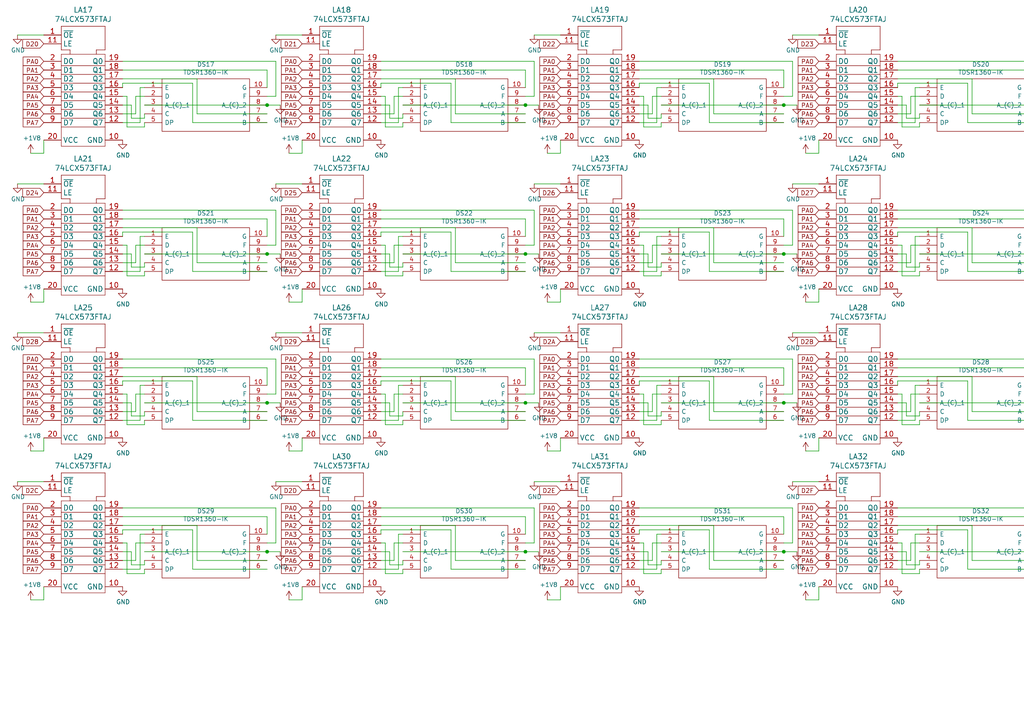
<source format=kicad_sch>
(kicad_sch (version 20211123) (generator eeschema)
  (paper "A4")
  (junction (at 77.47 116.84))
  (junction (at 227.33 160.02))
  (junction (at 302.26 73.66))
  (junction (at 302.26 160.02))
  (junction (at 77.47 73.66))
  (junction (at 77.47 30.48))
  (junction (at 302.26 30.48))
  (junction (at 227.33 73.66))
  (junction (at 227.33 116.84))
  (junction (at 77.47 160.02))
  (junction (at 302.26 116.84))
  (junction (at 152.4 160.02))
  (junction (at 152.4 30.48))
  (junction (at 152.4 116.84))
  (junction (at 152.4 73.66))
  (junction (at 227.33 30.48))
  (wire (pts (xy 110.49 147.32) (xy 154.94 147.32)))
  (wire (pts (xy 80.01 53.34) (xy 87.63 53.34)))
  (wire (pts (xy 187.96 30.48) (xy 187.96 34.29)))
  (wire (pts (xy 260.35 66.04) (xy 281.94 66.04)))
  (wire (pts (xy 227.33 73.66) (xy 231.14 73.66)))
  (wire (pts (xy 35.56 160.02) (xy 38.1 160.02)))
  (wire (pts (xy 5.08 96.52) (xy 12.7 96.52)))
  (wire (pts (xy 110.49 33.02) (xy 114.3 33.02)))
  (wire (pts (xy 83.82 44.45) (xy 87.63 44.45)))
  (wire (pts (xy 185.42 27.94) (xy 186.69 27.94)))
  (wire (pts (xy 87.63 173.99) (xy 87.63 170.18)))
  (wire (pts (xy 260.35 157.48) (xy 261.62 157.48)))
  (wire (pts (xy 154.94 114.3) (xy 152.4 114.3)))
  (wire (pts (xy 41.91 160.02) (xy 77.47 160.02)))
  (wire (pts (xy 227.33 154.94) (xy 227.33 149.86)))
  (wire (pts (xy 207.01 152.4) (xy 207.01 162.56)))
  (wire (pts (xy 158.75 87.63) (xy 162.56 87.63)))
  (wire (pts (xy 302.26 68.58) (xy 302.26 63.5)))
  (wire (pts (xy 280.67 35.56) (xy 302.26 35.56)))
  (wire (pts (xy 12.7 173.99) (xy 12.7 170.18)))
  (wire (pts (xy 110.49 154.94) (xy 110.49 153.67)))
  (wire (pts (xy 114.3 114.3) (xy 116.84 114.3)))
  (wire (pts (xy 261.62 80.01) (xy 266.7 80.01)))
  (wire (pts (xy 187.96 116.84) (xy 187.96 120.65)))
  (wire (pts (xy 110.49 17.78) (xy 154.94 17.78)))
  (wire (pts (xy 114.3 162.56) (xy 114.3 157.48)))
  (wire (pts (xy 110.49 76.2) (xy 114.3 76.2)))
  (wire (pts (xy 265.43 68.58) (xy 266.7 68.58)))
  (wire (pts (xy 229.87 147.32) (xy 229.87 157.48)))
  (wire (pts (xy 152.4 154.94) (xy 152.4 149.86)))
  (wire (pts (xy 57.15 66.04) (xy 57.15 76.2)))
  (wire (pts (xy 116.84 30.48) (xy 152.4 30.48)))
  (wire (pts (xy 8.89 87.63) (xy 12.7 87.63)))
  (wire (pts (xy 35.56 154.94) (xy 35.56 153.67)))
  (wire (pts (xy 266.7 160.02) (xy 302.26 160.02)))
  (wire (pts (xy 185.42 33.02) (xy 189.23 33.02)))
  (wire (pts (xy 39.37 119.38) (xy 39.37 114.3)))
  (wire (pts (xy 185.42 109.22) (xy 207.01 109.22)))
  (wire (pts (xy 39.37 33.02) (xy 39.37 27.94)))
  (wire (pts (xy 41.91 166.37) (xy 41.91 165.1)))
  (wire (pts (xy 35.56 27.94) (xy 36.83 27.94)))
  (wire (pts (xy 185.42 160.02) (xy 187.96 160.02)))
  (wire (pts (xy 110.49 24.13) (xy 130.81 24.13)))
  (wire (pts (xy 116.84 163.83) (xy 116.84 162.56)))
  (wire (pts (xy 205.74 121.92) (xy 227.33 121.92)))
  (wire (pts (xy 266.7 163.83) (xy 266.7 162.56)))
  (wire (pts (xy 233.68 173.99) (xy 237.49 173.99)))
  (wire (pts (xy 260.35 110.49) (xy 280.67 110.49)))
  (wire (pts (xy 190.5 121.92) (xy 190.5 111.76)))
  (wire (pts (xy 111.76 27.94) (xy 111.76 36.83)))
  (wire (pts (xy 80.01 10.16) (xy 87.63 10.16)))
  (wire (pts (xy 227.33 63.5) (xy 185.42 63.5)))
  (wire (pts (xy 260.35 160.02) (xy 262.89 160.02)))
  (wire (pts (xy 190.5 111.76) (xy 191.77 111.76)))
  (wire (pts (xy 280.67 78.74) (xy 302.26 78.74)))
  (wire (pts (xy 77.47 149.86) (xy 35.56 149.86)))
  (wire (pts (xy 152.4 111.76) (xy 152.4 106.68)))
  (wire (pts (xy 185.42 157.48) (xy 186.69 157.48)))
  (wire (pts (xy 265.43 35.56) (xy 265.43 25.4)))
  (wire (pts (xy 38.1 34.29) (xy 41.91 34.29)))
  (wire (pts (xy 302.26 160.02) (xy 306.07 160.02)))
  (wire (pts (xy 205.74 67.31) (xy 205.74 78.74)))
  (wire (pts (xy 229.87 96.52) (xy 237.49 96.52)))
  (wire (pts (xy 35.56 111.76) (xy 35.56 110.49)))
  (wire (pts (xy 41.91 163.83) (xy 41.91 162.56)))
  (wire (pts (xy 264.16 76.2) (xy 264.16 71.12)))
  (wire (pts (xy 114.3 71.12) (xy 116.84 71.12)))
  (wire (pts (xy 57.15 109.22) (xy 57.15 119.38)))
  (wire (pts (xy 116.84 116.84) (xy 152.4 116.84)))
  (wire (pts (xy 261.62 71.12) (xy 261.62 80.01)))
  (wire (pts (xy 154.94 139.7) (xy 162.56 139.7)))
  (wire (pts (xy 229.87 139.7) (xy 237.49 139.7)))
  (wire (pts (xy 154.94 17.78) (xy 154.94 27.94)))
  (wire (pts (xy 189.23 119.38) (xy 189.23 114.3)))
  (wire (pts (xy 77.47 154.94) (xy 77.47 149.86)))
  (wire (pts (xy 110.49 68.58) (xy 110.49 67.31)))
  (wire (pts (xy 191.77 116.84) (xy 227.33 116.84)))
  (wire (pts (xy 187.96 120.65) (xy 191.77 120.65)))
  (wire (pts (xy 12.7 44.45) (xy 12.7 40.64)))
  (wire (pts (xy 185.42 73.66) (xy 187.96 73.66)))
  (wire (pts (xy 111.76 71.12) (xy 111.76 80.01)))
  (wire (pts (xy 262.89 116.84) (xy 262.89 120.65)))
  (wire (pts (xy 110.49 119.38) (xy 114.3 119.38)))
  (wire (pts (xy 260.35 111.76) (xy 260.35 110.49)))
  (wire (pts (xy 185.42 104.14) (xy 229.87 104.14)))
  (wire (pts (xy 186.69 166.37) (xy 191.77 166.37)))
  (wire (pts (xy 266.7 80.01) (xy 266.7 78.74)))
  (wire (pts (xy 302.26 154.94) (xy 302.26 149.86)))
  (wire (pts (xy 39.37 162.56) (xy 39.37 157.48)))
  (wire (pts (xy 110.49 60.96) (xy 154.94 60.96)))
  (wire (pts (xy 191.77 30.48) (xy 227.33 30.48)))
  (wire (pts (xy 55.88 67.31) (xy 55.88 78.74)))
  (wire (pts (xy 187.96 34.29) (xy 191.77 34.29)))
  (wire (pts (xy 158.75 44.45) (xy 162.56 44.45)))
  (wire (pts (xy 185.42 67.31) (xy 205.74 67.31)))
  (wire (pts (xy 260.35 24.13) (xy 280.67 24.13)))
  (wire (pts (xy 36.83 114.3) (xy 36.83 123.19)))
  (wire (pts (xy 229.87 27.94) (xy 227.33 27.94)))
  (wire (pts (xy 281.94 152.4) (xy 281.94 162.56)))
  (wire (pts (xy 36.83 36.83) (xy 41.91 36.83)))
  (wire (pts (xy 132.08 66.04) (xy 132.08 76.2)))
  (wire (pts (xy 261.62 166.37) (xy 266.7 166.37)))
  (wire (pts (xy 302.26 111.76) (xy 302.26 106.68)))
  (wire (pts (xy 57.15 22.86) (xy 57.15 33.02)))
  (wire (pts (xy 264.16 157.48) (xy 266.7 157.48)))
  (wire (pts (xy 227.33 20.32) (xy 185.42 20.32)))
  (wire (pts (xy 38.1 73.66) (xy 38.1 77.47)))
  (wire (pts (xy 111.76 80.01) (xy 116.84 80.01)))
  (wire (pts (xy 115.57 121.92) (xy 115.57 111.76)))
  (wire (pts (xy 205.74 165.1) (xy 227.33 165.1)))
  (wire (pts (xy 186.69 36.83) (xy 191.77 36.83)))
  (wire (pts (xy 132.08 152.4) (xy 132.08 162.56)))
  (wire (pts (xy 77.47 25.4) (xy 77.47 20.32)))
  (wire (pts (xy 80.01 139.7) (xy 87.63 139.7)))
  (wire (pts (xy 80.01 17.78) (xy 80.01 27.94)))
  (wire (pts (xy 189.23 71.12) (xy 191.77 71.12)))
  (wire (pts (xy 113.03 160.02) (xy 113.03 163.83)))
  (wire (pts (xy 152.4 116.84) (xy 156.21 116.84)))
  (wire (pts (xy 260.35 25.4) (xy 260.35 24.13)))
  (wire (pts (xy 116.84 120.65) (xy 116.84 119.38)))
  (wire (pts (xy 35.56 119.38) (xy 39.37 119.38)))
  (wire (pts (xy 190.5 78.74) (xy 190.5 68.58)))
  (wire (pts (xy 185.42 25.4) (xy 185.42 24.13)))
  (wire (pts (xy 35.56 104.14) (xy 80.01 104.14)))
  (wire (pts (xy 185.42 110.49) (xy 205.74 110.49)))
  (wire (pts (xy 191.77 80.01) (xy 191.77 78.74)))
  (wire (pts (xy 265.43 121.92) (xy 265.43 111.76)))
  (wire (pts (xy 113.03 120.65) (xy 116.84 120.65)))
  (wire (pts (xy 110.49 27.94) (xy 111.76 27.94)))
  (wire (pts (xy 111.76 157.48) (xy 111.76 166.37)))
  (wire (pts (xy 35.56 73.66) (xy 38.1 73.66)))
  (wire (pts (xy 113.03 116.84) (xy 113.03 120.65)))
  (wire (pts (xy 185.42 30.48) (xy 187.96 30.48)))
  (wire (pts (xy 191.77 166.37) (xy 191.77 165.1)))
  (wire (pts (xy 302.26 30.48) (xy 306.07 30.48)))
  (wire (pts (xy 12.7 87.63) (xy 12.7 83.82)))
  (wire (pts (xy 38.1 77.47) (xy 41.91 77.47)))
  (wire (pts (xy 265.43 165.1) (xy 265.43 154.94)))
  (wire (pts (xy 260.35 162.56) (xy 264.16 162.56)))
  (wire (pts (xy 233.68 44.45) (xy 237.49 44.45)))
  (wire (pts (xy 35.56 24.13) (xy 55.88 24.13)))
  (wire (pts (xy 8.89 173.99) (xy 12.7 173.99)))
  (wire (pts (xy 229.87 17.78) (xy 229.87 27.94)))
  (wire (pts (xy 260.35 67.31) (xy 280.67 67.31)))
  (wire (pts (xy 185.42 111.76) (xy 185.42 110.49)))
  (wire (pts (xy 227.33 30.48) (xy 231.14 30.48)))
  (wire (pts (xy 41.91 34.29) (xy 41.91 33.02)))
  (wire (pts (xy 116.84 166.37) (xy 116.84 165.1)))
  (wire (pts (xy 262.89 160.02) (xy 262.89 163.83)))
  (wire (pts (xy 110.49 67.31) (xy 130.81 67.31)))
  (wire (pts (xy 41.91 116.84) (xy 77.47 116.84)))
  (wire (pts (xy 185.42 121.92) (xy 190.5 121.92)))
  (wire (pts (xy 227.33 116.84) (xy 231.14 116.84)))
  (wire (pts (xy 207.01 76.2) (xy 227.33 76.2)))
  (wire (pts (xy 111.76 114.3) (xy 111.76 123.19)))
  (wire (pts (xy 185.42 35.56) (xy 190.5 35.56)))
  (wire (pts (xy 80.01 60.96) (xy 80.01 71.12)))
  (wire (pts (xy 110.49 162.56) (xy 114.3 162.56)))
  (wire (pts (xy 205.74 35.56) (xy 227.33 35.56)))
  (wire (pts (xy 191.77 73.66) (xy 227.33 73.66)))
  (wire (pts (xy 185.42 152.4) (xy 207.01 152.4)))
  (wire (pts (xy 266.7 30.48) (xy 302.26 30.48)))
  (wire (pts (xy 191.77 123.19) (xy 191.77 121.92)))
  (wire (pts (xy 110.49 157.48) (xy 111.76 157.48)))
  (wire (pts (xy 189.23 33.02) (xy 189.23 27.94)))
  (wire (pts (xy 302.26 149.86) (xy 260.35 149.86)))
  (wire (pts (xy 55.88 110.49) (xy 55.88 121.92)))
  (wire (pts (xy 110.49 160.02) (xy 113.03 160.02)))
  (wire (pts (xy 186.69 123.19) (xy 191.77 123.19)))
  (wire (pts (xy 87.63 44.45) (xy 87.63 40.64)))
  (wire (pts (xy 260.35 152.4) (xy 281.94 152.4)))
  (wire (pts (xy 185.42 154.94) (xy 185.42 153.67)))
  (wire (pts (xy 262.89 34.29) (xy 266.7 34.29)))
  (wire (pts (xy 154.94 10.16) (xy 162.56 10.16)))
  (wire (pts (xy 260.35 22.86) (xy 281.94 22.86)))
  (wire (pts (xy 187.96 160.02) (xy 187.96 163.83)))
  (wire (pts (xy 130.81 24.13) (xy 130.81 35.56)))
  (wire (pts (xy 152.4 63.5) (xy 110.49 63.5)))
  (wire (pts (xy 260.35 104.14) (xy 304.8 104.14)))
  (wire (pts (xy 260.35 147.32) (xy 304.8 147.32)))
  (wire (pts (xy 110.49 78.74) (xy 115.57 78.74)))
  (wire (pts (xy 110.49 71.12) (xy 111.76 71.12)))
  (wire (pts (xy 154.94 147.32) (xy 154.94 157.48)))
  (wire (pts (xy 77.47 30.48) (xy 81.28 30.48)))
  (wire (pts (xy 185.42 78.74) (xy 190.5 78.74)))
  (wire (pts (xy 189.23 76.2) (xy 189.23 71.12)))
  (wire (pts (xy 110.49 110.49) (xy 130.81 110.49)))
  (wire (pts (xy 152.4 68.58) (xy 152.4 63.5)))
  (wire (pts (xy 130.81 110.49) (xy 130.81 121.92)))
  (wire (pts (xy 80.01 114.3) (xy 77.47 114.3)))
  (wire (pts (xy 87.63 130.81) (xy 87.63 127)))
  (wire (pts (xy 110.49 152.4) (xy 132.08 152.4)))
  (wire (pts (xy 281.94 66.04) (xy 281.94 76.2)))
  (wire (pts (xy 281.94 162.56) (xy 302.26 162.56)))
  (wire (pts (xy 39.37 76.2) (xy 39.37 71.12)))
  (wire (pts (xy 185.42 24.13) (xy 205.74 24.13)))
  (wire (pts (xy 162.56 173.99) (xy 162.56 170.18)))
  (wire (pts (xy 152.4 73.66) (xy 156.21 73.66)))
  (wire (pts (xy 41.91 77.47) (xy 41.91 76.2)))
  (wire (pts (xy 185.42 165.1) (xy 190.5 165.1)))
  (wire (pts (xy 185.42 116.84) (xy 187.96 116.84)))
  (wire (pts (xy 237.49 87.63) (xy 237.49 83.82)))
  (wire (pts (xy 132.08 33.02) (xy 152.4 33.02)))
  (wire (pts (xy 132.08 76.2) (xy 152.4 76.2)))
  (wire (pts (xy 227.33 149.86) (xy 185.42 149.86)))
  (wire (pts (xy 207.01 33.02) (xy 227.33 33.02)))
  (wire (pts (xy 35.56 25.4) (xy 35.56 24.13)))
  (wire (pts (xy 304.8 17.78) (xy 304.8 27.94)))
  (wire (pts (xy 186.69 80.01) (xy 191.77 80.01)))
  (wire (pts (xy 114.3 33.02) (xy 114.3 27.94)))
  (wire (pts (xy 80.01 147.32) (xy 80.01 157.48)))
  (wire (pts (xy 36.83 27.94) (xy 36.83 36.83)))
  (wire (pts (xy 207.01 22.86) (xy 207.01 33.02)))
  (wire (pts (xy 35.56 114.3) (xy 36.83 114.3)))
  (wire (pts (xy 41.91 73.66) (xy 77.47 73.66)))
  (wire (pts (xy 35.56 162.56) (xy 39.37 162.56)))
  (wire (pts (xy 262.89 77.47) (xy 266.7 77.47)))
  (wire (pts (xy 260.35 30.48) (xy 262.89 30.48)))
  (wire (pts (xy 80.01 96.52) (xy 87.63 96.52)))
  (wire (pts (xy 110.49 35.56) (xy 115.57 35.56)))
  (wire (pts (xy 205.74 24.13) (xy 205.74 35.56)))
  (wire (pts (xy 35.56 153.67) (xy 55.88 153.67)))
  (wire (pts (xy 261.62 36.83) (xy 266.7 36.83)))
  (wire (pts (xy 264.16 114.3) (xy 266.7 114.3)))
  (wire (pts (xy 130.81 78.74) (xy 152.4 78.74)))
  (wire (pts (xy 281.94 22.86) (xy 281.94 33.02)))
  (wire (pts (xy 80.01 27.94) (xy 77.47 27.94)))
  (wire (pts (xy 266.7 36.83) (xy 266.7 35.56)))
  (wire (pts (xy 115.57 25.4) (xy 116.84 25.4)))
  (wire (pts (xy 116.84 80.01) (xy 116.84 78.74)))
  (wire (pts (xy 262.89 73.66) (xy 262.89 77.47)))
  (wire (pts (xy 38.1 30.48) (xy 38.1 34.29)))
  (wire (pts (xy 304.8 27.94) (xy 302.26 27.94)))
  (wire (pts (xy 154.94 96.52) (xy 162.56 96.52)))
  (wire (pts (xy 265.43 25.4) (xy 266.7 25.4)))
  (wire (pts (xy 35.56 152.4) (xy 57.15 152.4)))
  (wire (pts (xy 185.42 119.38) (xy 189.23 119.38)))
  (wire (pts (xy 304.8 104.14) (xy 304.8 114.3)))
  (wire (pts (xy 35.56 17.78) (xy 80.01 17.78)))
  (wire (pts (xy 114.3 119.38) (xy 114.3 114.3)))
  (wire (pts (xy 262.89 120.65) (xy 266.7 120.65)))
  (wire (pts (xy 154.94 71.12) (xy 152.4 71.12)))
  (wire (pts (xy 110.49 114.3) (xy 111.76 114.3)))
  (wire (pts (xy 36.83 80.01) (xy 41.91 80.01)))
  (wire (pts (xy 77.47 20.32) (xy 35.56 20.32)))
  (wire (pts (xy 187.96 163.83) (xy 191.77 163.83)))
  (wire (pts (xy 110.49 165.1) (xy 115.57 165.1)))
  (wire (pts (xy 130.81 67.31) (xy 130.81 78.74)))
  (wire (pts (xy 114.3 76.2) (xy 114.3 71.12)))
  (wire (pts (xy 302.26 106.68) (xy 260.35 106.68)))
  (wire (pts (xy 35.56 78.74) (xy 40.64 78.74)))
  (wire (pts (xy 186.69 71.12) (xy 186.69 80.01)))
  (wire (pts (xy 83.82 173.99) (xy 87.63 173.99)))
  (wire (pts (xy 154.94 157.48) (xy 152.4 157.48)))
  (wire (pts (xy 152.4 149.86) (xy 110.49 149.86)))
  (wire (pts (xy 130.81 153.67) (xy 130.81 165.1)))
  (wire (pts (xy 40.64 111.76) (xy 41.91 111.76)))
  (wire (pts (xy 265.43 78.74) (xy 265.43 68.58)))
  (wire (pts (xy 265.43 154.94) (xy 266.7 154.94)))
  (wire (pts (xy 114.3 27.94) (xy 116.84 27.94)))
  (wire (pts (xy 36.83 71.12) (xy 36.83 80.01)))
  (wire (pts (xy 5.08 53.34) (xy 12.7 53.34)))
  (wire (pts (xy 162.56 87.63) (xy 162.56 83.82)))
  (wire (pts (xy 110.49 30.48) (xy 113.03 30.48)))
  (wire (pts (xy 207.01 109.22) (xy 207.01 119.38)))
  (wire (pts (xy 35.56 33.02) (xy 39.37 33.02)))
  (wire (pts (xy 110.49 104.14) (xy 154.94 104.14)))
  (wire (pts (xy 190.5 68.58) (xy 191.77 68.58)))
  (wire (pts (xy 266.7 123.19) (xy 266.7 121.92)))
  (wire (pts (xy 260.35 33.02) (xy 264.16 33.02)))
  (wire (pts (xy 280.67 67.31) (xy 280.67 78.74)))
  (wire (pts (xy 110.49 116.84) (xy 113.03 116.84)))
  (wire (pts (xy 77.47 68.58) (xy 77.47 63.5)))
  (wire (pts (xy 191.77 34.29) (xy 191.77 33.02)))
  (wire (pts (xy 302.26 63.5) (xy 260.35 63.5)))
  (wire (pts (xy 35.56 71.12) (xy 36.83 71.12)))
  (wire (pts (xy 40.64 68.58) (xy 41.91 68.58)))
  (wire (pts (xy 185.42 71.12) (xy 186.69 71.12)))
  (wire (pts (xy 186.69 114.3) (xy 186.69 123.19)))
  (wire (pts (xy 158.75 130.81) (xy 162.56 130.81)))
  (wire (pts (xy 36.83 123.19) (xy 41.91 123.19)))
  (wire (pts (xy 115.57 154.94) (xy 116.84 154.94)))
  (wire (pts (xy 281.94 33.02) (xy 302.26 33.02)))
  (wire (pts (xy 77.47 73.66) (xy 81.28 73.66)))
  (wire (pts (xy 154.94 104.14) (xy 154.94 114.3)))
  (wire (pts (xy 35.56 116.84) (xy 38.1 116.84)))
  (wire (pts (xy 261.62 114.3) (xy 261.62 123.19)))
  (wire (pts (xy 110.49 66.04) (xy 132.08 66.04)))
  (wire (pts (xy 35.56 35.56) (xy 40.64 35.56)))
  (wire (pts (xy 35.56 147.32) (xy 80.01 147.32)))
  (wire (pts (xy 185.42 22.86) (xy 207.01 22.86)))
  (wire (pts (xy 260.35 165.1) (xy 265.43 165.1)))
  (wire (pts (xy 55.88 153.67) (xy 55.88 165.1)))
  (wire (pts (xy 132.08 119.38) (xy 152.4 119.38)))
  (wire (pts (xy 111.76 123.19) (xy 116.84 123.19)))
  (wire (pts (xy 191.77 120.65) (xy 191.77 119.38)))
  (wire (pts (xy 130.81 121.92) (xy 152.4 121.92)))
  (wire (pts (xy 280.67 121.92) (xy 302.26 121.92)))
  (wire (pts (xy 35.56 68.58) (xy 35.56 67.31)))
  (wire (pts (xy 189.23 114.3) (xy 191.77 114.3)))
  (wire (pts (xy 152.4 160.02) (xy 156.21 160.02)))
  (wire (pts (xy 227.33 25.4) (xy 227.33 20.32)))
  (wire (pts (xy 116.84 123.19) (xy 116.84 121.92)))
  (wire (pts (xy 35.56 109.22) (xy 57.15 109.22)))
  (wire (pts (xy 229.87 53.34) (xy 237.49 53.34)))
  (wire (pts (xy 38.1 160.02) (xy 38.1 163.83)))
  (wire (pts (xy 116.84 160.02) (xy 152.4 160.02)))
  (wire (pts (xy 39.37 27.94) (xy 41.91 27.94)))
  (wire (pts (xy 189.23 157.48) (xy 191.77 157.48)))
  (wire (pts (xy 114.3 157.48) (xy 116.84 157.48)))
  (wire (pts (xy 110.49 111.76) (xy 110.49 110.49)))
  (wire (pts (xy 132.08 162.56) (xy 152.4 162.56)))
  (wire (pts (xy 152.4 20.32) (xy 110.49 20.32)))
  (wire (pts (xy 5.08 139.7) (xy 12.7 139.7)))
  (wire (pts (xy 304.8 60.96) (xy 304.8 71.12)))
  (wire (pts (xy 227.33 111.76) (xy 227.33 106.68)))
  (wire (pts (xy 110.49 109.22) (xy 132.08 109.22)))
  (wire (pts (xy 205.74 78.74) (xy 227.33 78.74)))
  (wire (pts (xy 35.56 60.96) (xy 80.01 60.96)))
  (wire (pts (xy 261.62 157.48) (xy 261.62 166.37)))
  (wire (pts (xy 185.42 76.2) (xy 189.23 76.2)))
  (wire (pts (xy 185.42 60.96) (xy 229.87 60.96)))
  (wire (pts (xy 35.56 22.86) (xy 57.15 22.86)))
  (wire (pts (xy 185.42 17.78) (xy 229.87 17.78)))
  (wire (pts (xy 55.88 78.74) (xy 77.47 78.74)))
  (wire (pts (xy 152.4 106.68) (xy 110.49 106.68)))
  (wire (pts (xy 207.01 66.04) (xy 207.01 76.2)))
  (wire (pts (xy 265.43 111.76) (xy 266.7 111.76)))
  (wire (pts (xy 205.74 110.49) (xy 205.74 121.92)))
  (wire (pts (xy 152.4 30.48) (xy 156.21 30.48)))
  (wire (pts (xy 280.67 110.49) (xy 280.67 121.92)))
  (wire (pts (xy 186.69 27.94) (xy 186.69 36.83)))
  (wire (pts (xy 266.7 120.65) (xy 266.7 119.38)))
  (wire (pts (xy 41.91 80.01) (xy 41.91 78.74)))
  (wire (pts (xy 41.91 123.19) (xy 41.91 121.92)))
  (wire (pts (xy 229.87 60.96) (xy 229.87 71.12)))
  (wire (pts (xy 111.76 166.37) (xy 116.84 166.37)))
  (wire (pts (xy 41.91 30.48) (xy 77.47 30.48)))
  (wire (pts (xy 55.88 24.13) (xy 55.88 35.56)))
  (wire (pts (xy 191.77 77.47) (xy 191.77 76.2)))
  (wire (pts (xy 35.56 30.48) (xy 38.1 30.48)))
  (wire (pts (xy 154.94 53.34) (xy 162.56 53.34)))
  (wire (pts (xy 110.49 121.92) (xy 115.57 121.92)))
  (wire (pts (xy 132.08 22.86) (xy 132.08 33.02)))
  (wire (pts (xy 185.42 162.56) (xy 189.23 162.56)))
  (wire (pts (xy 115.57 111.76) (xy 116.84 111.76)))
  (wire (pts (xy 304.8 147.32) (xy 304.8 157.48)))
  (wire (pts (xy 158.75 173.99) (xy 162.56 173.99)))
  (wire (pts (xy 41.91 120.65) (xy 41.91 119.38)))
  (wire (pts (xy 55.88 35.56) (xy 77.47 35.56)))
  (wire (pts (xy 80.01 104.14) (xy 80.01 114.3)))
  (wire (pts (xy 260.35 60.96) (xy 304.8 60.96)))
  (wire (pts (xy 304.8 71.12) (xy 302.26 71.12)))
  (wire (pts (xy 260.35 114.3) (xy 261.62 114.3)))
  (wire (pts (xy 36.83 157.48) (xy 36.83 166.37)))
  (wire (pts (xy 8.89 130.81) (xy 12.7 130.81)))
  (wire (pts (xy 266.7 166.37) (xy 266.7 165.1)))
  (wire (pts (xy 261.62 123.19) (xy 266.7 123.19)))
  (wire (pts (xy 260.35 73.66) (xy 262.89 73.66)))
  (wire (pts (xy 190.5 165.1) (xy 190.5 154.94)))
  (wire (pts (xy 40.64 165.1) (xy 40.64 154.94)))
  (wire (pts (xy 264.16 119.38) (xy 264.16 114.3)))
  (wire (pts (xy 162.56 44.45) (xy 162.56 40.64)))
  (wire (pts (xy 264.16 27.94) (xy 266.7 27.94)))
  (wire (pts (xy 36.83 166.37) (xy 41.91 166.37)))
  (wire (pts (xy 185.42 114.3) (xy 186.69 114.3)))
  (wire (pts (xy 191.77 160.02) (xy 227.33 160.02)))
  (wire (pts (xy 260.35 154.94) (xy 260.35 153.67)))
  (wire (pts (xy 38.1 163.83) (xy 41.91 163.83)))
  (wire (pts (xy 116.84 34.29) (xy 116.84 33.02)))
  (wire (pts (xy 229.87 157.48) (xy 227.33 157.48)))
  (wire (pts (xy 260.35 78.74) (xy 265.43 78.74)))
  (wire (pts (xy 35.56 66.04) (xy 57.15 66.04)))
  (wire (pts (xy 233.68 130.81) (xy 237.49 130.81)))
  (wire (pts (xy 83.82 130.81) (xy 87.63 130.81)))
  (wire (pts (xy 132.08 109.22) (xy 132.08 119.38)))
  (wire (pts (xy 260.35 71.12) (xy 261.62 71.12)))
  (wire (pts (xy 38.1 116.84) (xy 38.1 120.65)))
  (wire (pts (xy 302.26 25.4) (xy 302.26 20.32)))
  (wire (pts (xy 227.33 68.58) (xy 227.33 63.5)))
  (wire (pts (xy 162.56 130.81) (xy 162.56 127)))
  (wire (pts (xy 57.15 162.56) (xy 77.47 162.56)))
  (wire (pts (xy 83.82 87.63) (xy 87.63 87.63)))
  (wire (pts (xy 154.94 60.96) (xy 154.94 71.12)))
  (wire (pts (xy 260.35 109.22) (xy 281.94 109.22)))
  (wire (pts (xy 281.94 76.2) (xy 302.26 76.2)))
  (wire (pts (xy 35.56 165.1) (xy 40.64 165.1)))
  (wire (pts (xy 77.47 160.02) (xy 81.28 160.02)))
  (wire (pts (xy 302.26 20.32) (xy 260.35 20.32)))
  (wire (pts (xy 110.49 153.67) (xy 130.81 153.67)))
  (wire (pts (xy 261.62 27.94) (xy 261.62 36.83)))
  (wire (pts (xy 260.35 76.2) (xy 264.16 76.2)))
  (wire (pts (xy 39.37 71.12) (xy 41.91 71.12)))
  (wire (pts (xy 302.26 116.84) (xy 306.07 116.84)))
  (wire (pts (xy 57.15 76.2) (xy 77.47 76.2)))
  (wire (pts (xy 264.16 33.02) (xy 264.16 27.94)))
  (wire (pts (xy 40.64 121.92) (xy 40.64 111.76)))
  (wire (pts (xy 40.64 35.56) (xy 40.64 25.4)))
  (wire (pts (xy 57.15 152.4) (xy 57.15 162.56)))
  (wire (pts (xy 281.94 119.38) (xy 302.26 119.38)))
  (wire (pts (xy 185.42 68.58) (xy 185.42 67.31)))
  (wire (pts (xy 187.96 73.66) (xy 187.96 77.47)))
  (wire (pts (xy 55.88 165.1) (xy 77.47 165.1)))
  (wire (pts (xy 229.87 71.12) (xy 227.33 71.12)))
  (wire (pts (xy 115.57 78.74) (xy 115.57 68.58)))
  (wire (pts (xy 262.89 163.83) (xy 266.7 163.83)))
  (wire (pts (xy 237.49 44.45) (xy 237.49 40.64)))
  (wire (pts (xy 57.15 119.38) (xy 77.47 119.38)))
  (wire (pts (xy 227.33 160.02) (xy 231.14 160.02)))
  (wire (pts (xy 40.64 25.4) (xy 41.91 25.4)))
  (wire (pts (xy 40.64 154.94) (xy 41.91 154.94)))
  (wire (pts (xy 152.4 25.4) (xy 152.4 20.32)))
  (wire (pts (xy 115.57 165.1) (xy 115.57 154.94)))
  (wire (pts (xy 264.16 162.56) (xy 264.16 157.48)))
  (wire (pts (xy 281.94 109.22) (xy 281.94 119.38)))
  (wire (pts (xy 237.49 173.99) (xy 237.49 170.18)))
  (wire (pts (xy 35.56 67.31) (xy 55.88 67.31)))
  (wire (pts (xy 116.84 36.83) (xy 116.84 35.56)))
  (wire (pts (xy 260.35 119.38) (xy 264.16 119.38)))
  (wire (pts (xy 304.8 114.3) (xy 302.26 114.3)))
  (wire (pts (xy 5.08 10.16) (xy 12.7 10.16)))
  (wire (pts (xy 185.42 153.67) (xy 205.74 153.67)))
  (wire (pts (xy 39.37 114.3) (xy 41.91 114.3)))
  (wire (pts (xy 35.56 157.48) (xy 36.83 157.48)))
  (wire (pts (xy 260.35 17.78) (xy 304.8 17.78)))
  (wire (pts (xy 111.76 36.83) (xy 116.84 36.83)))
  (wire (pts (xy 77.47 111.76) (xy 77.47 106.68)))
  (wire (pts (xy 266.7 34.29) (xy 266.7 33.02)))
  (wire (pts (xy 190.5 154.94) (xy 191.77 154.94)))
  (wire (pts (xy 207.01 162.56) (xy 227.33 162.56)))
  (wire (pts (xy 41.91 36.83) (xy 41.91 35.56)))
  (wire (pts (xy 116.84 77.47) (xy 116.84 76.2)))
  (wire (pts (xy 110.49 22.86) (xy 132.08 22.86)))
  (wire (pts (xy 190.5 25.4) (xy 191.77 25.4)))
  (wire (pts (xy 262.89 30.48) (xy 262.89 34.29)))
  (wire (pts (xy 260.35 35.56) (xy 265.43 35.56)))
  (wire (pts (xy 57.15 33.02) (xy 77.47 33.02)))
  (wire (pts (xy 113.03 163.83) (xy 116.84 163.83)))
  (wire (pts (xy 113.03 77.47) (xy 116.84 77.47)))
  (wire (pts (xy 280.67 24.13) (xy 280.67 35.56)))
  (wire (pts (xy 191.77 163.83) (xy 191.77 162.56)))
  (wire (pts (xy 8.89 44.45) (xy 12.7 44.45)))
  (wire (pts (xy 280.67 165.1) (xy 302.26 165.1)))
  (wire (pts (xy 116.84 73.66) (xy 152.4 73.66)))
  (wire (pts (xy 205.74 153.67) (xy 205.74 165.1)))
  (wire (pts (xy 38.1 120.65) (xy 41.91 120.65)))
  (wire (pts (xy 266.7 116.84) (xy 302.26 116.84)))
  (wire (pts (xy 110.49 25.4) (xy 110.49 24.13)))
  (wire (pts (xy 35.56 76.2) (xy 39.37 76.2)))
  (wire (pts (xy 260.35 153.67) (xy 280.67 153.67)))
  (wire (pts (xy 187.96 77.47) (xy 191.77 77.47)))
  (wire (pts (xy 35.56 110.49) (xy 55.88 110.49)))
  (wire (pts (xy 227.33 106.68) (xy 185.42 106.68)))
  (wire (pts (xy 190.5 35.56) (xy 190.5 25.4)))
  (wire (pts (xy 260.35 121.92) (xy 265.43 121.92)))
  (wire (pts (xy 229.87 104.14) (xy 229.87 114.3)))
  (wire (pts (xy 229.87 10.16) (xy 237.49 10.16)))
  (wire (pts (xy 115.57 35.56) (xy 115.57 25.4)))
  (wire (pts (xy 12.7 130.81) (xy 12.7 127)))
  (wire (pts (xy 266.7 77.47) (xy 266.7 76.2)))
  (wire (pts (xy 55.88 121.92) (xy 77.47 121.92)))
  (wire (pts (xy 39.37 157.48) (xy 41.91 157.48)))
  (wire (pts (xy 130.81 165.1) (xy 152.4 165.1)))
  (wire (pts (xy 87.63 87.63) (xy 87.63 83.82)))
  (wire (pts (xy 229.87 114.3) (xy 227.33 114.3)))
  (wire (pts (xy 191.77 36.83) (xy 191.77 35.56)))
  (wire (pts (xy 260.35 116.84) (xy 262.89 116.84)))
  (wire (pts (xy 260.35 68.58) (xy 260.35 67.31)))
  (wire (pts (xy 185.42 147.32) (xy 229.87 147.32)))
  (wire (pts (xy 266.7 73.66) (xy 302.26 73.66)))
  (wire (pts (xy 110.49 73.66) (xy 113.03 73.66)))
  (wire (pts (xy 280.67 153.67) (xy 280.67 165.1)))
  (wire (pts (xy 189.23 162.56) (xy 189.23 157.48)))
  (wire (pts (xy 80.01 157.48) (xy 77.47 157.48)))
  (wire (pts (xy 302.26 73.66) (xy 306.07 73.66)))
  (wire (pts (xy 233.68 87.63) (xy 237.49 87.63)))
  (wire (pts (xy 185.42 66.04) (xy 207.01 66.04)))
  (wire (pts (xy 189.23 27.94) (xy 191.77 27.94)))
  (wire (pts (xy 77.47 63.5) (xy 35.56 63.5)))
  (wire (pts (xy 40.64 78.74) (xy 40.64 68.58)))
  (wire (pts (xy 115.57 68.58) (xy 116.84 68.58)))
  (wire (pts (xy 77.47 116.84) (xy 81.28 116.84)))
  (wire (pts (xy 130.81 35.56) (xy 152.4 35.56)))
  (wire (pts (xy 186.69 157.48) (xy 186.69 166.37)))
  (wire (pts (xy 304.8 157.48) (xy 302.26 157.48)))
  (wire (pts (xy 113.03 30.48) (xy 113.03 34.29)))
  (wire (pts (xy 113.03 73.66) (xy 113.03 77.47)))
  (wire (pts (xy 154.94 27.94) (xy 152.4 27.94)))
  (wire (pts (xy 35.56 121.92) (xy 40.64 121.92)))
  (wire (pts (xy 237.49 130.81) (xy 237.49 127)))
  (wire (pts (xy 264.16 71.12) (xy 266.7 71.12)))
  (wire (pts (xy 260.35 27.94) (xy 261.62 27.94)))
  (wire (pts (xy 113.03 34.29) (xy 116.84 34.29)))
  (wire (pts (xy 77.47 106.68) (xy 35.56 106.68)))
  (wire (pts (xy 80.01 71.12) (xy 77.47 71.12)))
  (wire (pts (xy 207.01 119.38) (xy 227.33 119.38)))
  (global_label "PA6" (shape input) (at 12.7 33.02 180) (property "Intersheet References" "${INTERSHEET_REFS}" (effects hide)))
  (global_label "PA5" (shape input) (at 12.7 73.66 180) (property "Intersheet References" "${INTERSHEET_REFS}" (effects hide)))
  (global_label "PA6" (shape input) (at 87.63 119.38 180) (property "Intersheet References" "${INTERSHEET_REFS}" (effects hide)))
  (global_label "D27" (shape input) (at 237.49 55.88 180) (property "Intersheet References" "${INTERSHEET_REFS}" (effects hide)))
  (global_label "PA2" (shape input) (at 87.63 152.4 180) (property "Intersheet References" "${INTERSHEET_REFS}" (effects hide)))
  (global_label "PA1" (shape input) (at 87.63 149.86 180) (property "Intersheet References" "${INTERSHEET_REFS}" (effects hide)))
  (global_label "D2A" (shape input) (at 162.56 99.06 180) (property "Intersheet References" "${INTERSHEET_REFS}" (effects hide)))
  (global_label "PA3" (shape input) (at 237.49 154.94 180) (property "Intersheet References" "${INTERSHEET_REFS}" (effects hide)))
  (global_label "PA0" (shape input) (at 237.49 17.78 180) (property "Intersheet References" "${INTERSHEET_REFS}" (effects hide)))
  (global_label "PA5" (shape input) (at 237.49 116.84 180) (property "Intersheet References" "${INTERSHEET_REFS}" (effects hide)))
  (global_label "D23" (shape input) (at 237.49 12.7 180) (property "Intersheet References" "${INTERSHEET_REFS}" (effects hide)))
  (global_label "D24" (shape input) (at 12.7 55.88 180) (property "Intersheet References" "${INTERSHEET_REFS}" (effects hide)))
  (global_label "D2C" (shape input) (at 12.7 142.24 180) (property "Intersheet References" "${INTERSHEET_REFS}" (effects hide)))
  (global_label "D2F" (shape input) (at 237.49 142.24 180) (property "Intersheet References" "${INTERSHEET_REFS}" (effects hide)))
  (global_label "D20" (shape input) (at 12.7 12.7 180) (property "Intersheet References" "${INTERSHEET_REFS}" (effects hide)))
  (global_label "PA3" (shape input) (at 12.7 68.58 180) (property "Intersheet References" "${INTERSHEET_REFS}" (effects hide)))
  (global_label "PA3" (shape input) (at 162.56 68.58 180) (property "Intersheet References" "${INTERSHEET_REFS}" (effects hide)))
  (global_label "PA0" (shape input) (at 162.56 104.14 180) (property "Intersheet References" "${INTERSHEET_REFS}" (effects hide)))
  (global_label "PA7" (shape input) (at 87.63 165.1 180) (property "Intersheet References" "${INTERSHEET_REFS}" (effects hide)))
  (global_label "PA0" (shape input) (at 162.56 60.96 180) (property "Intersheet References" "${INTERSHEET_REFS}" (effects hide)))
  (global_label "PA5" (shape input) (at 237.49 30.48 180) (property "Intersheet References" "${INTERSHEET_REFS}" (effects hide)))
  (global_label "PA6" (shape input) (at 162.56 119.38 180) (property "Intersheet References" "${INTERSHEET_REFS}" (effects hide)))
  (global_label "PA4" (shape input) (at 12.7 71.12 180) (property "Intersheet References" "${INTERSHEET_REFS}" (effects hide)))
  (global_label "PA3" (shape input) (at 162.56 25.4 180) (property "Intersheet References" "${INTERSHEET_REFS}" (effects hide)))
  (global_label "PA7" (shape input) (at 237.49 35.56 180) (property "Intersheet References" "${INTERSHEET_REFS}" (effects hide)))
  (global_label "PA6" (shape input) (at 87.63 162.56 180) (property "Intersheet References" "${INTERSHEET_REFS}" (effects hide)))
  (global_label "PA1" (shape input) (at 162.56 20.32 180) (property "Intersheet References" "${INTERSHEET_REFS}" (effects hide)))
  (global_label "PA1" (shape input) (at 162.56 149.86 180) (property "Intersheet References" "${INTERSHEET_REFS}" (effects hide)))
  (global_label "PA1" (shape input) (at 237.49 149.86 180) (property "Intersheet References" "${INTERSHEET_REFS}" (effects hide)))
  (global_label "PA2" (shape input) (at 162.56 22.86 180) (property "Intersheet References" "${INTERSHEET_REFS}" (effects hide)))
  (global_label "PA3" (shape input) (at 87.63 68.58 180) (property "Intersheet References" "${INTERSHEET_REFS}" (effects hide)))
  (global_label "PA2" (shape input) (at 162.56 152.4 180) (property "Intersheet References" "${INTERSHEET_REFS}" (effects hide)))
  (global_label "PA1" (shape input) (at 237.49 63.5 180) (property "Intersheet References" "${INTERSHEET_REFS}" (effects hide)))
  (global_label "PA5" (shape input) (at 12.7 116.84 180) (property "Intersheet References" "${INTERSHEET_REFS}" (effects hide)))
  (global_label "PA4" (shape input) (at 12.7 27.94 180) (property "Intersheet References" "${INTERSHEET_REFS}" (effects hide)))
  (global_label "PA4" (shape input) (at 162.56 71.12 180) (property "Intersheet References" "${INTERSHEET_REFS}" (effects hide)))
  (global_label "PA0" (shape input) (at 12.7 60.96 180) (property "Intersheet References" "${INTERSHEET_REFS}" (effects hide)))
  (global_label "PA5" (shape input) (at 87.63 73.66 180) (property "Intersheet References" "${INTERSHEET_REFS}" (effects hide)))
  (global_label "PA6" (shape input) (at 12.7 119.38 180) (property "Intersheet References" "${INTERSHEET_REFS}" (effects hide)))
  (global_label "D26" (shape input) (at 162.56 55.88 180) (property "Intersheet References" "${INTERSHEET_REFS}" (effects hide)))
  (global_label "PA7" (shape input) (at 12.7 121.92 180) (property "Intersheet References" "${INTERSHEET_REFS}" (effects hide)))
  (global_label "PA0" (shape input) (at 12.7 17.78 180) (property "Intersheet References" "${INTERSHEET_REFS}" (effects hide)))
  (global_label "PA4" (shape input) (at 162.56 27.94 180) (property "Intersheet References" "${INTERSHEET_REFS}" (effects hide)))
  (global_label "PA3" (shape input) (at 237.49 111.76 180) (property "Intersheet References" "${INTERSHEET_REFS}" (effects hide)))
  (global_label "PA4" (shape input) (at 162.56 114.3 180) (property "Intersheet References" "${INTERSHEET_REFS}" (effects hide)))
  (global_label "PA5" (shape input) (at 12.7 30.48 180) (property "Intersheet References" "${INTERSHEET_REFS}" (effects hide)))
  (global_label "PA5" (shape input) (at 162.56 30.48 180) (property "Intersheet References" "${INTERSHEET_REFS}" (effects hide)))
  (global_label "PA5" (shape input) (at 87.63 30.48 180) (property "Intersheet References" "${INTERSHEET_REFS}" (effects hide)))
  (global_label "D29" (shape input) (at 87.63 99.06 180) (property "Intersheet References" "${INTERSHEET_REFS}" (effects hide)))
  (global_label "PA1" (shape input) (at 12.7 20.32 180) (property "Intersheet References" "${INTERSHEET_REFS}" (effects hide)))
  (global_label "PA3" (shape input) (at 12.7 25.4 180) (property "Intersheet References" "${INTERSHEET_REFS}" (effects hide)))
  (global_label "PA6" (shape input) (at 12.7 162.56 180) (property "Intersheet References" "${INTERSHEET_REFS}" (effects hide)))
  (global_label "PA4" (shape input) (at 237.49 27.94 180) (property "Intersheet References" "${INTERSHEET_REFS}" (effects hide)))
  (global_label "PA2" (shape input) (at 237.49 152.4 180) (property "Intersheet References" "${INTERSHEET_REFS}" (effects hide)))
  (global_label "PA3" (shape input) (at 162.56 154.94 180) (property "Intersheet References" "${INTERSHEET_REFS}" (effects hide)))
  (global_label "PA3" (shape input) (at 87.63 111.76 180) (property "Intersheet References" "${INTERSHEET_REFS}" (effects hide)))
  (global_label "PA0" (shape input) (at 87.63 60.96 180) (property "Intersheet References" "${INTERSHEET_REFS}" (effects hide)))
  (global_label "PA4" (shape input) (at 237.49 71.12 180) (property "Intersheet References" "${INTERSHEET_REFS}" (effects hide)))
  (global_label "PA0" (shape input) (at 162.56 147.32 180) (property "Intersheet References" "${INTERSHEET_REFS}" (effects hide)))
  (global_label "D2D" (shape input) (at 87.63 142.24 180) (property "Intersheet References" "${INTERSHEET_REFS}" (effects hide)))
  (global_label "PA3" (shape input) (at 237.49 25.4 180) (property "Intersheet References" "${INTERSHEET_REFS}" (effects hide)))
  (global_label "PA1" (shape input) (at 87.63 20.32 180) (property "Intersheet References" "${INTERSHEET_REFS}" (effects hide)))
  (global_label "PA1" (shape input) (at 87.63 63.5 180) (property "Intersheet References" "${INTERSHEET_REFS}" (effects hide)))
  (global_label "PA1" (shape input) (at 87.63 106.68 180) (property "Intersheet References" "${INTERSHEET_REFS}" (effects hide)))
  (global_label "PA7" (shape input) (at 162.56 78.74 180) (property "Intersheet References" "${INTERSHEET_REFS}" (effects hide)))
  (global_label "PA6" (shape input) (at 162.56 76.2 180) (property "Intersheet References" "${INTERSHEET_REFS}" (effects hide)))
  (global_label "PA5" (shape input) (at 162.56 116.84 180) (property "Intersheet References" "${INTERSHEET_REFS}" (effects hide)))
  (global_label "PA3" (shape input) (at 162.56 111.76 180) (property "Intersheet References" "${INTERSHEET_REFS}" (effects hide)))
  (global_label "PA6" (shape input) (at 237.49 33.02 180) (property "Intersheet References" "${INTERSHEET_REFS}" (effects hide)))
  (global_label "PA2" (shape input) (at 12.7 66.04 180) (property "Intersheet References" "${INTERSHEET_REFS}" (effects hide)))
  (global_label "PA4" (shape input) (at 237.49 114.3 180) (property "Intersheet References" "${INTERSHEET_REFS}" (effects hide)))
  (global_label "PA2" (shape input) (at 237.49 22.86 180) (property "Intersheet References" "${INTERSHEET_REFS}" (effects hide)))
  (global_label "PA4" (shape input) (at 87.63 114.3 180) (property "Intersheet References" "${INTERSHEET_REFS}" (effects hide)))
  (global_label "PA5" (shape input) (at 87.63 116.84 180) (property "Intersheet References" "${INTERSHEET_REFS}" (effects hide)))
  (global_label "PA5" (shape input) (at 87.63 160.02 180) (property "Intersheet References" "${INTERSHEET_REFS}" (effects hide)))
  (global_label "PA1" (shape input) (at 12.7 106.68 180) (property "Intersheet References" "${INTERSHEET_REFS}" (effects hide)))
  (global_label "PA1" (shape input) (at 237.49 20.32 180) (property "Intersheet References" "${INTERSHEET_REFS}" (effects hide)))
  (global_label "D2B" (shape input) (at 237.49 99.06 180) (property "Intersheet References" "${INTERSHEET_REFS}" (effects hide)))
  (global_label "PA4" (shape input) (at 87.63 27.94 180) (property "Intersheet References" "${INTERSHEET_REFS}" (effects hide)))
  (global_label "PA1" (shape input) (at 12.7 63.5 180) (property "Intersheet References" "${INTERSHEET_REFS}" (effects hide)))
  (global_label "PA0" (shape input) (at 237.49 104.14 180) (property "Intersheet References" "${INTERSHEET_REFS}" (effects hide)))
  (global_label "PA3" (shape input) (at 12.7 111.76 180) (property "Intersheet References" "${INTERSHEET_REFS}" (effects hide)))
  (global_label "PA7" (shape input) (at 237.49 78.74 180) (property "Intersheet References" "${INTERSHEET_REFS}" (effects hide)))
  (global_label "PA2" (shape input) (at 12.7 152.4 180) (property "Intersheet References" "${INTERSHEET_REFS}" (effects hide)))
  (global_label "PA2" (shape input) (at 87.63 22.86 180) (property "Intersheet References" "${INTERSHEET_REFS}" (effects hide)))
  (global_label "PA1" (shape input) (at 237.49 106.68 180) (property "Intersheet References" "${INTERSHEET_REFS}" (effects hide)))
  (global_label "PA7" (shape input) (at 87.63 121.92 180) (property "Intersheet References" "${INTERSHEET_REFS}" (effects hide)))
  (global_label "PA6" (shape input) (at 237.49 119.38 180) (property "Intersheet References" "${INTERSHEET_REFS}" (effects hide)))
  (global_label "PA2" (shape input) (at 87.63 109.22 180) (property "Intersheet References" "${INTERSHEET_REFS}" (effects hide)))
  (global_label "PA7" (shape input) (at 162.56 165.1 180) (property "Intersheet References" "${INTERSHEET_REFS}" (effects hide)))
  (global_label "PA6" (shape input) (at 12.7 76.2 180) (property "Intersheet References" "${INTERSHEET_REFS}" (effects hide)))
  (global_label "PA7" (shape input) (at 162.56 35.56 180) (property "Intersheet References" "${INTERSHEET_REFS}" (effects hide)))
  (global_label "PA1" (shape input) (at 162.56 63.5 180) (property "Intersheet References" "${INTERSHEET_REFS}" (effects hide)))
  (global_label "PA6" (shape input) (at 237.49 162.56 180) (property "Intersheet References" "${INTERSHEET_REFS}" (effects hide)))
  (global_label "PA6" (shape input) (at 87.63 33.02 180) (property "Intersheet References" "${INTERSHEET_REFS}" (effects hide)))
  (global_label "PA7" (shape input) (at 162.56 121.92 180) (property "Intersheet References" "${INTERSHEET_REFS}" (effects hide)))
  (global_label "PA4" (shape input) (at 12.7 157.48 180) (property "Intersheet References" "${INTERSHEET_REFS}" (effects hide)))
  (global_label "PA4" (shape input) (at 87.63 157.48 180) (property "Intersheet References" "${INTERSHEET_REFS}" (effects hide)))
  (global_label "PA4" (shape input) (at 87.63 71.12 180) (property "Intersheet References" "${INTERSHEET_REFS}" (effects hide)))
  (global_label "PA0" (shape input) (at 87.63 17.78 180) (property "Intersheet References" "${INTERSHEET_REFS}" (effects hide)))
  (global_label "PA7" (shape input) (at 237.49 121.92 180) (property "Intersheet References" "${INTERSHEET_REFS}" (effects hide)))
  (global_label "PA6" (shape input) (at 237.49 76.2 180) (property "Intersheet References" "${INTERSHEET_REFS}" (effects hide)))
  (global_label "PA4" (shape input) (at 162.56 157.48 180) (property "Intersheet References" "${INTERSHEET_REFS}" (effects hide)))
  (global_label "PA5" (shape input) (at 12.7 160.02 180) (property "Intersheet References" "${INTERSHEET_REFS}" (effects hide)))
  (global_label "D22" (shape input) (at 162.56 12.7 180) (property "Intersheet References" "${INTERSHEET_REFS}" (effects hide)))
  (global_label "PA5" (shape input) (at 162.56 160.02 180) (property "Intersheet References" "${INTERSHEET_REFS}" (effects hide)))
  (global_label "PA4" (shape input) (at 237.49 157.48 180) (property "Intersheet References" "${INTERSHEET_REFS}" (effects hide)))
  (global_label "PA7" (shape input) (at 12.7 35.56 180) (property "Intersheet References" "${INTERSHEET_REFS}" (effects hide)))
  (global_label "PA4" (shape input) (at 12.7 114.3 180) (property "Intersheet References" "${INTERSHEET_REFS}" (effects hide)))
  (global_label "PA6" (shape input) (at 162.56 162.56 180) (property "Intersheet References" "${INTERSHEET_REFS}" (effects hide)))
  (global_label "PA6" (shape input) (at 87.63 76.2 180) (property "Intersheet References" "${INTERSHEET_REFS}" (effects hide)))
  (global_label "PA1" (shape input) (at 162.56 106.68 180) (property "Intersheet References" "${INTERSHEET_REFS}" (effects hide)))
  (global_label "PA0" (shape input) (at 87.63 147.32 180) (property "Intersheet References" "${INTERSHEET_REFS}" (effects hide)))
  (global_label "PA5" (shape input) (at 237.49 160.02 180) (property "Intersheet References" "${INTERSHEET_REFS}" (effects hide)))
  (global_label "PA0" (shape input) (at 12.7 104.14 180) (property "Intersheet References" "${INTERSHEET_REFS}" (effects hide)))
  (global_label "PA2" (shape input) (at 237.49 66.04 180) (property "Intersheet References" "${INTERSHEET_REFS}" (effects hide)))
  (global_label "PA3" (shape input) (at 87.63 154.94 180) (property "Intersheet References" "${INTERSHEET_REFS}" (effects hide)))
  (global_label "D2E" (shape input) (at 162.56 142.24 180) (property "Intersheet References" "${INTERSHEET_REFS}" (effects hide)))
  (global_label "PA7" (shape input) (at 12.7 78.74 180) (property "Intersheet References" "${INTERSHEET_REFS}" (effects hide)))
  (global_label "PA3" (shape input) (at 12.7 154.94 180) (property "Intersheet References" "${INTERSHEET_REFS}" (effects hide)))
  (global_label "D25" (shape input) (at 87.63 55.88 180) (property "Intersheet References" "${INTERSHEET_REFS}" (effects hide)))
  (global_label "D28" (shape input) (at 12.7 99.06 180) (property "Intersheet References" "${INTERSHEET_REFS}" (effects hide)))
  (global_label "PA6" (shape input) (at 162.56 33.02 180) (property "Intersheet References" "${INTERSHEET_REFS}" (effects hide)))
  (global_label "PA0" (shape input) (at 237.49 147.32 180) (property "Intersheet References" "${INTERSHEET_REFS}" (effects hide)))
  (global_label "PA7" (shape input) (at 87.63 35.56 180) (property "Intersheet References" "${INTERSHEET_REFS}" (effects hide)))
  (global_label "PA0" (shape input) (at 12.7 147.32 180) (property "Intersheet References" "${INTERSHEET_REFS}" (effects hide)))
  (global_label "PA2" (shape input) (at 162.56 66.04 180) (property "Intersheet References" "${INTERSHEET_REFS}" (effects hide)))
  (global_label "PA7" (shape input) (at 87.63 78.74 180) (property "Intersheet References" "${INTERSHEET_REFS}" (effects hide)))
  (global_label "PA2" (shape input) (at 162.56 109.22 180) (property "Intersheet References" "${INTERSHEET_REFS}" (effects hide)))
  (global_label "PA2" (shape input) (at 87.63 66.04 180) (property "Intersheet References" "${INTERSHEET_REFS}" (effects hide)))
  (global_label "PA2" (shape input) (at 12.7 109.22 180) (property "Intersheet References" "${INTERSHEET_REFS}" (effects hide)))
  (global_label "PA3" (shape input) (at 237.49 68.58 180) (property "Intersheet References" "${INTERSHEET_REFS}" (effects hide)))
  (global_label "PA5" (shape input) (at 162.56 73.66 180) (property "Intersheet References" "${INTERSHEET_REFS}" (effects hide)))
  (global_label "PA3" (shape input) (at 87.63 25.4 180) (property "Intersheet References" "${INTERSHEET_REFS}" (effects hide)))
  (global_label "PA2" (shape input) (at 12.7 22.86 180) (property "Intersheet References" "${INTERSHEET_REFS}" (effects hide)))
  (global_label "PA0" (shape input) (at 87.63 104.14 180) (property "Intersheet References" "${INTERSHEET_REFS}" (effects hide)))
  (global_label "PA1" (shape input) (at 12.7 149.86 180) (property "Intersheet References" "${INTERSHEET_REFS}" (effects hide)))
  (global_label "PA5" (shape input) (at 237.49 73.66 180) (property "Intersheet References" "${INTERSHEET_REFS}" (effects hide)))
  (global_label "PA0" (shape input) (at 162.56 17.78 180) (property "Intersheet References" "${INTERSHEET_REFS}" (effects hide)))
  (global_label "D21" (shape input) (at 87.63 12.7 180) (property "Intersheet References" "${INTERSHEET_REFS}" (effects hide)))
  (global_label "PA7" (shape input) (at 237.49 165.1 180) (property "Intersheet References" "${INTERSHEET_REFS}" (effects hide)))
  (global_label "PA0" (shape input) (at 237.49 60.96 180) (property "Intersheet References" "${INTERSHEET_REFS}" (effects hide)))
  (global_label "PA2" (shape input) (at 237.49 109.22 180) (property "Intersheet References" "${INTERSHEET_REFS}" (effects hide)))
  (global_label "PA7" (shape input) (at 12.7 165.1 180) (property "Intersheet References" "${INTERSHEET_REFS}" (effects hide)))
  (symbol (lib_id "power:GND") (at 229.87 53.34 0) (unit 1)
    (property "Reference" "#PWR0107" (effects hide))
    (property "Value" "GND" (at 229.997 57.7342 0))
  )
  (symbol (lib_id "power:+1V8") (at 83.82 44.45 0) (unit 1)
    (property "Reference" "#PWR0101" (effects hide))
    (property "Value" "+1V8" (at 84.201 40.0558 0))
  )
  (symbol (lib_id "power:GND") (at 260.35 170.18 0) (unit 1)
    (property "Reference" "#PWR0149" (effects hide))
    (property "Value" "GND" (at 260.477 174.5742 0))
  )
  (symbol (lib_id "power:GND") (at 231.14 160.02 0) (unit 1)
    (property "Reference" "#PWR0144" (effects hide))
    (property "Value" "GND" (at 231.267 164.4142 0))
  )
  (symbol (lib_id "ManySegmentDisplay-rescue:TDSR1360-IK-Samac_Sys_Parts") (at 191.77 25.4 0) (unit 1)
    (property "Reference" "DS19" (at 209.55 18.669 0))
    (property "Value" "TDSR1360-IK" (at 209.55 20.9804 0))
    (property "Footprint" "Samac_Sys_Parts:TDSR1360IK" (effects hide))
    (property "Datasheet" "https://componentsearchengine.com/Datasheets/1/TDSR1360-IK.pdf" (effects hide))
    (property "Description" "Displays Module 1DIGIT 8LED Red CC 10-Pin DIP Module Tube" (effects hide))
    (property "Height" "7.1" (effects hide))
    (property "Mouser Part Number" "78-TDSR1360-IK" (effects hide))
    (property "Mouser Price/Stock" "https://www.mouser.co.uk/ProductDetail/Vishay-Semiconductors/TDSR1360-IK?qs=5csRq1wdUj5b9hoSL0MeOw%3D%3D" (effects hide))
    (property "Manufacturer_Name" "Vishay" (effects hide))
    (property "Manufacturer_Part_Number" "TDSR1360-IK" (effects hide))
  )
  (symbol (lib_id "power:GND") (at 80.01 10.16 0) (unit 1)
    (property "Reference" "#PWR084" (effects hide))
    (property "Value" "GND" (at 80.137 14.5542 0))
  )
  (symbol (lib_id "power:GND") (at 306.07 116.84 0) (unit 1)
    (property "Reference" "#PWR0127" (effects hide))
    (property "Value" "GND" (at 306.197 121.2342 0))
  )
  (symbol (lib_id "power:GND") (at 5.08 96.52 0) (unit 1)
    (property "Reference" "#PWR0120" (effects hide))
    (property "Value" "GND" (at 5.207 100.9142 0))
  )
  (symbol (lib_id "power:GND") (at 35.56 83.82 0) (unit 1)
    (property "Reference" "#PWR0112" (effects hide))
    (property "Value" "GND" (at 35.687 88.2142 0))
  )
  (symbol (lib_id "power:GND") (at 260.35 40.64 0) (unit 1)
    (property "Reference" "#PWR099" (effects hide))
    (property "Value" "GND" (at 260.477 45.0342 0))
  )
  (symbol (lib_id "power:GND") (at 156.21 73.66 0) (unit 1)
    (property "Reference" "#PWR0109" (effects hide))
    (property "Value" "GND" (at 156.337 78.0542 0))
  )
  (symbol (lib_id "power:GND") (at 5.08 53.34 0) (unit 1)
    (property "Reference" "#PWR0104" (effects hide))
    (property "Value" "GND" (at 5.207 57.7342 0))
  )
  (symbol (lib_id "power:+1V8") (at 158.75 87.63 0) (unit 1)
    (property "Reference" "#PWR0118" (effects hide))
    (property "Value" "+1V8" (at 159.131 83.2358 0))
  )
  (symbol (lib_id "ManySegmentDisplay-rescue:TDSR1360-IK-Samac_Sys_Parts") (at 41.91 111.76 0) (unit 1)
    (property "Reference" "DS25" (at 59.69 105.029 0))
    (property "Value" "TDSR1360-IK" (at 59.69 107.3404 0))
    (property "Footprint" "Samac_Sys_Parts:TDSR1360IK" (effects hide))
    (property "Datasheet" "https://componentsearchengine.com/Datasheets/1/TDSR1360-IK.pdf" (effects hide))
    (property "Description" "Displays Module 1DIGIT 8LED Red CC 10-Pin DIP Module Tube" (effects hide))
    (property "Height" "7.1" (effects hide))
    (property "Mouser Part Number" "78-TDSR1360-IK" (effects hide))
    (property "Mouser Price/Stock" "https://www.mouser.co.uk/ProductDetail/Vishay-Semiconductors/TDSR1360-IK?qs=5csRq1wdUj5b9hoSL0MeOw%3D%3D" (effects hide))
    (property "Manufacturer_Name" "Vishay" (effects hide))
    (property "Manufacturer_Part_Number" "TDSR1360-IK" (effects hide))
  )
  (symbol (lib_id "power:GND") (at 35.56 127 0) (unit 1)
    (property "Reference" "#PWR0128" (effects hide))
    (property "Value" "GND" (at 35.687 131.3942 0))
  )
  (symbol (lib_id "power:+1V8") (at 158.75 130.81 0) (unit 1)
    (property "Reference" "#PWR0134" (effects hide))
    (property "Value" "+1V8" (at 159.131 126.4158 0))
  )
  (symbol (lib_id "ManySegmentDisplay-rescue:74LCX573FTAJ-Toshiba_Semic_Latch") (at 24.13 97.79 0) (unit 1)
    (property "Reference" "LA25" (at 24.13 89.2302 0) (effects (font (size 1.524 1.524))))
    (property "Value" "74LCX573FTAJ" (at 24.13 91.9226 0) (effects (font (size 1.524 1.524))))
    (property "Footprint" "Toshiba_Semic_Latch:74LCX573FTAJ" (effects hide))
  )
  (symbol (lib_id "power:+1V8") (at 83.82 130.81 0) (unit 1)
    (property "Reference" "#PWR0133" (effects hide))
    (property "Value" "+1V8" (at 84.201 126.4158 0))
  )
  (symbol (lib_id "power:+1V8") (at 233.68 130.81 0) (unit 1)
    (property "Reference" "#PWR0137" (effects hide))
    (property "Value" "+1V8" (at 234.061 126.4158 0))
  )
  (symbol (lib_id "power:GND") (at 154.94 10.16 0) (unit 1)
    (property "Reference" "#PWR085" (effects hide))
    (property "Value" "GND" (at 155.067 14.5542 0))
  )
  (symbol (lib_id "ManySegmentDisplay-rescue:TDSR1360-IK-Samac_Sys_Parts") (at 116.84 111.76 0) (unit 1)
    (property "Reference" "DS26" (at 134.62 105.029 0))
    (property "Value" "TDSR1360-IK" (at 134.62 107.3404 0))
    (property "Footprint" "Samac_Sys_Parts:TDSR1360IK" (effects hide))
    (property "Datasheet" "https://componentsearchengine.com/Datasheets/1/TDSR1360-IK.pdf" (effects hide))
    (property "Description" "Displays Module 1DIGIT 8LED Red CC 10-Pin DIP Module Tube" (effects hide))
    (property "Height" "7.1" (effects hide))
    (property "Mouser Part Number" "78-TDSR1360-IK" (effects hide))
    (property "Mouser Price/Stock" "https://www.mouser.co.uk/ProductDetail/Vishay-Semiconductors/TDSR1360-IK?qs=5csRq1wdUj5b9hoSL0MeOw%3D%3D" (effects hide))
    (property "Manufacturer_Name" "Vishay" (effects hide))
    (property "Manufacturer_Part_Number" "TDSR1360-IK" (effects hide))
  )
  (symbol (lib_id "power:GND") (at 110.49 127 0) (unit 1)
    (property "Reference" "#PWR0129" (effects hide))
    (property "Value" "GND" (at 110.617 131.3942 0))
  )
  (symbol (lib_id "power:GND") (at 185.42 83.82 0) (unit 1)
    (property "Reference" "#PWR0114" (effects hide))
    (property "Value" "GND" (at 185.547 88.2142 0))
  )
  (symbol (lib_id "ManySegmentDisplay-rescue:TDSR1360-IK-Samac_Sys_Parts") (at 266.7 111.76 0) (unit 1)
    (property "Reference" "DS28" (at 284.48 105.029 0))
    (property "Value" "TDSR1360-IK" (at 284.48 107.3404 0))
    (property "Footprint" "Samac_Sys_Parts:TDSR1360IK" (effects hide))
    (property "Datasheet" "https://componentsearchengine.com/Datasheets/1/TDSR1360-IK.pdf" (effects hide))
    (property "Description" "Displays Module 1DIGIT 8LED Red CC 10-Pin DIP Module Tube" (effects hide))
    (property "Height" "7.1" (effects hide))
    (property "Mouser Part Number" "78-TDSR1360-IK" (effects hide))
    (property "Mouser Price/Stock" "https://www.mouser.co.uk/ProductDetail/Vishay-Semiconductors/TDSR1360-IK?qs=5csRq1wdUj5b9hoSL0MeOw%3D%3D" (effects hide))
    (property "Manufacturer_Name" "Vishay" (effects hide))
    (property "Manufacturer_Part_Number" "TDSR1360-IK" (effects hide))
  )
  (symbol (lib_id "power:+1V8") (at 233.68 44.45 0) (unit 1)
    (property "Reference" "#PWR0103" (effects hide))
    (property "Value" "+1V8" (at 234.061 40.0558 0))
  )
  (symbol (lib_id "power:GND") (at 154.94 139.7 0) (unit 1)
    (property "Reference" "#PWR0140" (effects hide))
    (property "Value" "GND" (at 155.067 144.0942 0))
  )
  (symbol (lib_id "ManySegmentDisplay-rescue:TDSR1360-IK-Samac_Sys_Parts") (at 191.77 68.58 0) (unit 1)
    (property "Reference" "DS23" (at 209.55 61.849 0))
    (property "Value" "TDSR1360-IK" (at 209.55 64.1604 0))
    (property "Footprint" "Samac_Sys_Parts:TDSR1360IK" (effects hide))
    (property "Datasheet" "https://componentsearchengine.com/Datasheets/1/TDSR1360-IK.pdf" (effects hide))
    (property "Description" "Displays Module 1DIGIT 8LED Red CC 10-Pin DIP Module Tube" (effects hide))
    (property "Height" "7.1" (effects hide))
    (property "Mouser Part Number" "78-TDSR1360-IK" (effects hide))
    (property "Mouser Price/Stock" "https://www.mouser.co.uk/ProductDetail/Vishay-Semiconductors/TDSR1360-IK?qs=5csRq1wdUj5b9hoSL0MeOw%3D%3D" (effects hide))
    (property "Manufacturer_Name" "Vishay" (effects hide))
    (property "Manufacturer_Part_Number" "TDSR1360-IK" (effects hide))
  )
  (symbol (lib_id "ManySegmentDisplay-rescue:TDSR1360-IK-Samac_Sys_Parts") (at 41.91 25.4 0) (unit 1)
    (property "Reference" "DS17" (at 59.69 18.669 0))
    (property "Value" "TDSR1360-IK" (at 59.69 20.9804 0))
    (property "Footprint" "Samac_Sys_Parts:TDSR1360IK" (effects hide))
    (property "Datasheet" "https://componentsearchengine.com/Datasheets/1/TDSR1360-IK.pdf" (effects hide))
    (property "Description" "Displays Module 1DIGIT 8LED Red CC 10-Pin DIP Module Tube" (effects hide))
    (property "Height" "7.1" (effects hide))
    (property "Mouser Part Number" "78-TDSR1360-IK" (effects hide))
    (property "Mouser Price/Stock" "https://www.mouser.co.uk/ProductDetail/Vishay-Semiconductors/TDSR1360-IK?qs=5csRq1wdUj5b9hoSL0MeOw%3D%3D" (effects hide))
    (property "Manufacturer_Name" "Vishay" (effects hide))
    (property "Manufacturer_Part_Number" "TDSR1360-IK" (effects hide))
  )
  (symbol (lib_id "ManySegmentDisplay-rescue:TDSR1360-IK-Samac_Sys_Parts") (at 191.77 111.76 0) (unit 1)
    (property "Reference" "DS27" (at 209.55 105.029 0))
    (property "Value" "TDSR1360-IK" (at 209.55 107.3404 0))
    (property "Footprint" "Samac_Sys_Parts:TDSR1360IK" (effects hide))
    (property "Datasheet" "https://componentsearchengine.com/Datasheets/1/TDSR1360-IK.pdf" (effects hide))
    (property "Description" "Displays Module 1DIGIT 8LED Red CC 10-Pin DIP Module Tube" (effects hide))
    (property "Height" "7.1" (effects hide))
    (property "Mouser Part Number" "78-TDSR1360-IK" (effects hide))
    (property "Mouser Price/Stock" "https://www.mouser.co.uk/ProductDetail/Vishay-Semiconductors/TDSR1360-IK?qs=5csRq1wdUj5b9hoSL0MeOw%3D%3D" (effects hide))
    (property "Manufacturer_Name" "Vishay" (effects hide))
    (property "Manufacturer_Part_Number" "TDSR1360-IK" (effects hide))
  )
  (symbol (lib_id "power:GND") (at 185.42 127 0) (unit 1)
    (property "Reference" "#PWR0130" (effects hide))
    (property "Value" "GND" (at 185.547 131.3942 0))
  )
  (symbol (lib_id "power:GND") (at 306.07 30.48 0) (unit 1)
    (property "Reference" "#PWR090" (effects hide))
    (property "Value" "GND" (at 306.197 34.8742 0))
  )
  (symbol (lib_id "power:+1V8") (at 233.68 173.99 0) (unit 1)
    (property "Reference" "#PWR0153" (effects hide))
    (property "Value" "+1V8" (at 234.061 169.5958 0))
  )
  (symbol (lib_id "ManySegmentDisplay-rescue:74LCX573FTAJ-Toshiba_Semic_Latch") (at 99.06 11.43 0) (unit 1)
    (property "Reference" "LA18" (at 99.06 2.8702 0) (effects (font (size 1.524 1.524))))
    (property "Value" "74LCX573FTAJ" (at 99.06 5.5626 0) (effects (font (size 1.524 1.524))))
    (property "Footprint" "Toshiba_Semic_Latch:74LCX573FTAJ" (effects hide))
  )
  (symbol (lib_id "power:GND") (at 81.28 160.02 0) (unit 1)
    (property "Reference" "#PWR0142" (effects hide))
    (property "Value" "GND" (at 81.407 164.4142 0))
  )
  (symbol (lib_id "power:GND") (at 5.08 139.7 0) (unit 1)
    (property "Reference" "#PWR0138" (effects hide))
    (property "Value" "GND" (at 5.207 144.0942 0))
  )
  (symbol (lib_id "power:GND") (at 81.28 73.66 0) (unit 1)
    (property "Reference" "#PWR0108" (effects hide))
    (property "Value" "GND" (at 81.407 78.0542 0))
  )
  (symbol (lib_id "power:GND") (at 80.01 53.34 0) (unit 1)
    (property "Reference" "#PWR0105" (effects hide))
    (property "Value" "GND" (at 80.137 57.7342 0))
  )
  (symbol (lib_id "ManySegmentDisplay-rescue:TDSR1360-IK-Samac_Sys_Parts") (at 266.7 68.58 0) (unit 1)
    (property "Reference" "DS24" (at 284.48 61.849 0))
    (property "Value" "TDSR1360-IK" (at 284.48 64.1604 0))
    (property "Footprint" "Samac_Sys_Parts:TDSR1360IK" (effects hide))
    (property "Datasheet" "https://componentsearchengine.com/Datasheets/1/TDSR1360-IK.pdf" (effects hide))
    (property "Description" "Displays Module 1DIGIT 8LED Red CC 10-Pin DIP Module Tube" (effects hide))
    (property "Height" "7.1" (effects hide))
    (property "Mouser Part Number" "78-TDSR1360-IK" (effects hide))
    (property "Mouser Price/Stock" "https://www.mouser.co.uk/ProductDetail/Vishay-Semiconductors/TDSR1360-IK?qs=5csRq1wdUj5b9hoSL0MeOw%3D%3D" (effects hide))
    (property "Manufacturer_Name" "Vishay" (effects hide))
    (property "Manufacturer_Part_Number" "TDSR1360-IK" (effects hide))
  )
  (symbol (lib_id "power:GND") (at 231.14 116.84 0) (unit 1)
    (property "Reference" "#PWR0126" (effects hide))
    (property "Value" "GND" (at 231.267 121.2342 0))
  )
  (symbol (lib_id "ManySegmentDisplay-rescue:74LCX573FTAJ-Toshiba_Semic_Latch") (at 24.13 140.97 0) (unit 1)
    (property "Reference" "LA29" (at 24.13 132.4102 0) (effects (font (size 1.524 1.524))))
    (property "Value" "74LCX573FTAJ" (at 24.13 135.1026 0) (effects (font (size 1.524 1.524))))
    (property "Footprint" "Toshiba_Semic_Latch:74LCX573FTAJ" (effects hide))
  )
  (symbol (lib_id "ManySegmentDisplay-rescue:74LCX573FTAJ-Toshiba_Semic_Latch") (at 173.99 140.97 0) (unit 1)
    (property "Reference" "LA31" (at 173.99 132.4102 0) (effects (font (size 1.524 1.524))))
    (property "Value" "74LCX573FTAJ" (at 173.99 135.1026 0) (effects (font (size 1.524 1.524))))
    (property "Footprint" "Toshiba_Semic_Latch:74LCX573FTAJ" (effects hide))
  )
  (symbol (lib_id "power:GND") (at 231.14 73.66 0) (unit 1)
    (property "Reference" "#PWR0110" (effects hide))
    (property "Value" "GND" (at 231.267 78.0542 0))
  )
  (symbol (lib_id "ManySegmentDisplay-rescue:74LCX573FTAJ-Toshiba_Semic_Latch") (at 248.92 54.61 0) (unit 1)
    (property "Reference" "LA24" (at 248.92 46.0502 0) (effects (font (size 1.524 1.524))))
    (property "Value" "74LCX573FTAJ" (at 248.92 48.7426 0) (effects (font (size 1.524 1.524))))
    (property "Footprint" "Toshiba_Semic_Latch:74LCX573FTAJ" (effects hide))
  )
  (symbol (lib_id "power:GND") (at 81.28 30.48 0) (unit 1)
    (property "Reference" "#PWR087" (effects hide))
    (property "Value" "GND" (at 81.407 34.8742 0))
  )
  (symbol (lib_id "power:GND") (at 80.01 139.7 0) (unit 1)
    (property "Reference" "#PWR0139" (effects hide))
    (property "Value" "GND" (at 80.137 144.0942 0))
  )
  (symbol (lib_id "power:GND") (at 156.21 116.84 0) (unit 1)
    (property "Reference" "#PWR0125" (effects hide))
    (property "Value" "GND" (at 156.337 121.2342 0))
  )
  (symbol (lib_id "ManySegmentDisplay-rescue:TDSR1360-IK-Samac_Sys_Parts") (at 116.84 68.58 0) (unit 1)
    (property "Reference" "DS22" (at 134.62 61.849 0))
    (property "Value" "TDSR1360-IK" (at 134.62 64.1604 0))
    (property "Footprint" "Samac_Sys_Parts:TDSR1360IK" (effects hide))
    (property "Datasheet" "https://componentsearchengine.com/Datasheets/1/TDSR1360-IK.pdf" (effects hide))
    (property "Description" "Displays Module 1DIGIT 8LED Red CC 10-Pin DIP Module Tube" (effects hide))
    (property "Height" "7.1" (effects hide))
    (property "Mouser Part Number" "78-TDSR1360-IK" (effects hide))
    (property "Mouser Price/Stock" "https://www.mouser.co.uk/ProductDetail/Vishay-Semiconductors/TDSR1360-IK?qs=5csRq1wdUj5b9hoSL0MeOw%3D%3D" (effects hide))
    (property "Manufacturer_Name" "Vishay" (effects hide))
    (property "Manufacturer_Part_Number" "TDSR1360-IK" (effects hide))
  )
  (symbol (lib_id "ManySegmentDisplay-rescue:TDSR1360-IK-Samac_Sys_Parts") (at 266.7 25.4 0) (unit 1)
    (property "Reference" "DS20" (at 284.48 18.669 0))
    (property "Value" "TDSR1360-IK" (at 284.48 20.9804 0))
    (property "Footprint" "Samac_Sys_Parts:TDSR1360IK" (effects hide))
    (property "Datasheet" "https://componentsearchengine.com/Datasheets/1/TDSR1360-IK.pdf" (effects hide))
    (property "Description" "Displays Module 1DIGIT 8LED Red CC 10-Pin DIP Module Tube" (effects hide))
    (property "Height" "7.1" (effects hide))
    (property "Mouser Part Number" "78-TDSR1360-IK" (effects hide))
    (property "Mouser Price/Stock" "https://www.mouser.co.uk/ProductDetail/Vishay-Semiconductors/TDSR1360-IK?qs=5csRq1wdUj5b9hoSL0MeOw%3D%3D" (effects hide))
    (property "Manufacturer_Name" "Vishay" (effects hide))
    (property "Manufacturer_Part_Number" "TDSR1360-IK" (effects hide))
  )
  (symbol (lib_id "ManySegmentDisplay-rescue:74LCX573FTAJ-Toshiba_Semic_Latch") (at 24.13 54.61 0) (unit 1)
    (property "Reference" "LA21" (at 24.13 46.0502 0) (effects (font (size 1.524 1.524))))
    (property "Value" "74LCX573FTAJ" (at 24.13 48.7426 0) (effects (font (size 1.524 1.524))))
    (property "Footprint" "Toshiba_Semic_Latch:74LCX573FTAJ" (effects hide))
  )
  (symbol (lib_id "power:GND") (at 81.28 116.84 0) (unit 1)
    (property "Reference" "#PWR0124" (effects hide))
    (property "Value" "GND" (at 81.407 121.2342 0))
  )
  (symbol (lib_id "power:+1V8") (at 8.89 87.63 0) (unit 1)
    (property "Reference" "#PWR0116" (effects hide))
    (property "Value" "+1V8" (at 9.271 83.2358 0))
  )
  (symbol (lib_id "power:GND") (at 110.49 83.82 0) (unit 1)
    (property "Reference" "#PWR0113" (effects hide))
    (property "Value" "GND" (at 110.617 88.2142 0))
  )
  (symbol (lib_id "power:GND") (at 306.07 73.66 0) (unit 1)
    (property "Reference" "#PWR0111" (effects hide))
    (property "Value" "GND" (at 306.197 78.0542 0))
  )
  (symbol (lib_id "ManySegmentDisplay-rescue:74LCX573FTAJ-Toshiba_Semic_Latch") (at 173.99 54.61 0) (unit 1)
    (property "Reference" "LA23" (at 173.99 46.0502 0) (effects (font (size 1.524 1.524))))
    (property "Value" "74LCX573FTAJ" (at 173.99 48.7426 0) (effects (font (size 1.524 1.524))))
    (property "Footprint" "Toshiba_Semic_Latch:74LCX573FTAJ" (effects hide))
  )
  (symbol (lib_id "power:GND") (at 260.35 83.82 0) (unit 1)
    (property "Reference" "#PWR0115" (effects hide))
    (property "Value" "GND" (at 260.477 88.2142 0))
  )
  (symbol (lib_id "power:+1V8") (at 83.82 173.99 0) (unit 1)
    (property "Reference" "#PWR0151" (effects hide))
    (property "Value" "+1V8" (at 84.201 169.5958 0))
  )
  (symbol (lib_id "power:GND") (at 229.87 96.52 0) (unit 1)
    (property "Reference" "#PWR0123" (effects hide))
    (property "Value" "GND" (at 229.997 100.9142 0))
  )
  (symbol (lib_id "power:+1V8") (at 158.75 173.99 0) (unit 1)
    (property "Reference" "#PWR0152" (effects hide))
    (property "Value" "+1V8" (at 159.131 169.5958 0))
  )
  (symbol (lib_id "power:GND") (at 35.56 170.18 0) (unit 1)
    (property "Reference" "#PWR0146" (effects hide))
    (property "Value" "GND" (at 35.687 174.5742 0))
  )
  (symbol (lib_id "ManySegmentDisplay-rescue:TDSR1360-IK-Samac_Sys_Parts") (at 41.91 68.58 0) (unit 1)
    (property "Reference" "DS21" (at 59.69 61.849 0))
    (property "Value" "TDSR1360-IK" (at 59.69 64.1604 0))
    (property "Footprint" "Samac_Sys_Parts:TDSR1360IK" (effects hide))
    (property "Datasheet" "https://componentsearchengine.com/Datasheets/1/TDSR1360-IK.pdf" (effects hide))
    (property "Description" "Displays Module 1DIGIT 8LED Red CC 10-Pin DIP Module Tube" (effects hide))
    (property "Height" "7.1" (effects hide))
    (property "Mouser Part Number" "78-TDSR1360-IK" (effects hide))
    (property "Mouser Price/Stock" "https://www.mouser.co.uk/ProductDetail/Vishay-Semiconductors/TDSR1360-IK?qs=5csRq1wdUj5b9hoSL0MeOw%3D%3D" (effects hide))
    (property "Manufacturer_Name" "Vishay" (effects hide))
    (property "Manufacturer_Part_Number" "TDSR1360-IK" (effects hide))
  )
  (symbol (lib_id "power:GND") (at 156.21 160.02 0) (unit 1)
    (property "Reference" "#PWR0143" (effects hide))
    (property "Value" "GND" (at 156.337 164.4142 0))
  )
  (symbol (lib_id "power:GND") (at 35.56 40.64 0) (unit 1)
    (property "Reference" "#PWR091" (effects hide))
    (property "Value" "GND" (at 35.687 45.0342 0))
  )
  (symbol (lib_id "ManySegmentDisplay-rescue:74LCX573FTAJ-Toshiba_Semic_Latch") (at 99.06 140.97 0) (unit 1)
    (property "Reference" "LA30" (at 99.06 132.4102 0) (effects (font (size 1.524 1.524))))
    (property "Value" "74LCX573FTAJ" (at 99.06 135.1026 0) (effects (font (size 1.524 1.524))))
    (property "Footprint" "Toshiba_Semic_Latch:74LCX573FTAJ" (effects hide))
  )
  (symbol (lib_id "ManySegmentDisplay-rescue:TDSR1360-IK-Samac_Sys_Parts") (at 191.77 154.94 0) (unit 1)
    (property "Reference" "DS31" (at 209.55 148.209 0))
    (property "Value" "TDSR1360-IK" (at 209.55 150.5204 0))
    (property "Footprint" "Samac_Sys_Parts:TDSR1360IK" (effects hide))
    (property "Datasheet" "https://componentsearchengine.com/Datasheets/1/TDSR1360-IK.pdf" (effects hide))
    (property "Description" "Displays Module 1DIGIT 8LED Red CC 10-Pin DIP Module Tube" (effects hide))
    (property "Height" "7.1" (effects hide))
    (property "Mouser Part Number" "78-TDSR1360-IK" (effects hide))
    (property "Mouser Price/Stock" "https://www.mouser.co.uk/ProductDetail/Vishay-Semiconductors/TDSR1360-IK?qs=5csRq1wdUj5b9hoSL0MeOw%3D%3D" (effects hide))
    (property "Manufacturer_Name" "Vishay" (effects hide))
    (property "Manufacturer_Part_Number" "TDSR1360-IK" (effects hide))
  )
  (symbol (lib_id "power:GND") (at 110.49 170.18 0) (unit 1)
    (property "Reference" "#PWR0147" (effects hide))
    (property "Value" "GND" (at 110.617 174.5742 0))
  )
  (symbol (lib_id "power:GND") (at 185.42 170.18 0) (unit 1)
    (property "Reference" "#PWR0148" (effects hide))
    (property "Value" "GND" (at 185.547 174.5742 0))
  )
  (symbol (lib_id "power:GND") (at 154.94 53.34 0) (unit 1)
    (property "Reference" "#PWR0106" (effects hide))
    (property "Value" "GND" (at 155.067 57.7342 0))
  )
  (symbol (lib_id "power:GND") (at 231.14 30.48 0) (unit 1)
    (property "Reference" "#PWR089" (effects hide))
    (property "Value" "GND" (at 231.267 34.8742 0))
  )
  (symbol (lib_id "power:GND") (at 156.21 30.48 0) (unit 1)
    (property "Reference" "#PWR088" (effects hide))
    (property "Value" "GND" (at 156.337 34.8742 0))
  )
  (symbol (lib_id "power:GND") (at 229.87 139.7 0) (unit 1)
    (property "Reference" "#PWR0141" (effects hide))
    (property "Value" "GND" (at 229.997 144.0942 0))
  )
  (symbol (lib_id "ManySegmentDisplay-rescue:74LCX573FTAJ-Toshiba_Semic_Latch") (at 99.06 54.61 0) (unit 1)
    (property "Reference" "LA22" (at 99.06 46.0502 0) (effects (font (size 1.524 1.524))))
    (property "Value" "74LCX573FTAJ" (at 99.06 48.7426 0) (effects (font (size 1.524 1.524))))
    (property "Footprint" "Toshiba_Semic_Latch:74LCX573FTAJ" (effects hide))
  )
  (symbol (lib_id "power:GND") (at 185.42 40.64 0) (unit 1)
    (property "Reference" "#PWR098" (effects hide))
    (property "Value" "GND" (at 185.547 45.0342 0))
  )
  (symbol (lib_id "ManySegmentDisplay-rescue:TDSR1360-IK-Samac_Sys_Parts") (at 41.91 154.94 0) (unit 1)
    (property "Reference" "DS29" (at 59.69 148.209 0))
    (property "Value" "TDSR1360-IK" (at 59.69 150.5204 0))
    (property "Footprint" "Samac_Sys_Parts:TDSR1360IK" (effects hide))
    (property "Datasheet" "https://componentsearchengine.com/Datasheets/1/TDSR1360-IK.pdf" (effects hide))
    (property "Description" "Displays Module 1DIGIT 8LED Red CC 10-Pin DIP Module Tube" (effects hide))
    (property "Height" "7.1" (effects hide))
    (property "Mouser Part Number" "78-TDSR1360-IK" (effects hide))
    (property "Mouser Price/Stock" "https://www.mouser.co.uk/ProductDetail/Vishay-Semiconductors/TDSR1360-IK?qs=5csRq1wdUj5b9hoSL0MeOw%3D%3D" (effects hide))
    (property "Manufacturer_Name" "Vishay" (effects hide))
    (property "Manufacturer_Part_Number" "TDSR1360-IK" (effects hide))
  )
  (symbol (lib_id "power:+1V8") (at 158.75 44.45 0) (unit 1)
    (property "Reference" "#PWR0102" (effects hide))
    (property "Value" "+1V8" (at 159.131 40.0558 0))
  )
  (symbol (lib_id "power:GND") (at 110.49 40.64 0) (unit 1)
    (property "Reference" "#PWR097" (effects hide))
    (property "Value" "GND" (at 110.617 45.0342 0))
  )
  (symbol (lib_id "power:GND") (at 80.01 96.52 0) (unit 1)
    (property "Reference" "#PWR0121" (effects hide))
    (property "Value" "GND" (at 80.137 100.9142 0))
  )
  (symbol (lib_id "power:+1V8") (at 83.82 87.63 0) (unit 1)
    (property "Reference" "#PWR0117" (effects hide))
    (property "Value" "+1V8" (at 84.201 83.2358 0))
  )
  (symbol (lib_id "power:+1V8") (at 233.68 87.63 0) (unit 1)
    (property "Reference" "#PWR0119" (effects hide))
    (property "Value" "+1V8" (at 234.061 83.2358 0))
  )
  (symbol (lib_id "ManySegmentDisplay-rescue:TDSR1360-IK-Samac_Sys_Parts") (at 116.84 25.4 0) (unit 1)
    (property "Reference" "DS18" (at 134.62 18.669 0))
    (property "Value" "TDSR1360-IK" (at 134.62 20.9804 0))
    (property "Footprint" "Samac_Sys_Parts:TDSR1360IK" (effects hide))
    (property "Datasheet" "https://componentsearchengine.com/Datasheets/1/TDSR1360-IK.pdf" (effects hide))
    (property "Description" "Displays Module 1DIGIT 8LED Red CC 10-Pin DIP Module Tube" (effects hide))
    (property "Height" "7.1" (effects hide))
    (property "Mouser Part Number" "78-TDSR1360-IK" (effects hide))
    (property "Mouser Price/Stock" "https://www.mouser.co.uk/ProductDetail/Vishay-Semiconductors/TDSR1360-IK?qs=5csRq1wdUj5b9hoSL0MeOw%3D%3D" (effects hide))
    (property "Manufacturer_Name" "Vishay" (effects hide))
    (property "Manufacturer_Part_Number" "TDSR1360-IK" (effects hide))
  )
  (symbol (lib_id "power:GND") (at 306.07 160.02 0) (unit 1)
    (property "Reference" "#PWR0145" (effects hide))
    (property "Value" "GND" (at 306.197 164.4142 0))
  )
  (symbol (lib_id "power:GND") (at 5.08 10.16 0) (unit 1)
    (property "Reference" "#PWR083" (effects hide))
    (property "Value" "GND" (at 5.207 14.5542 0))
  )
  (symbol (lib_id "power:+1V8") (at 8.89 44.45 0) (unit 1)
    (property "Reference" "#PWR0100" (effects hide))
    (property "Value" "+1V8" (at 9.271 40.0558 0))
  )
  (symbol (lib_id "power:+1V8") (at 8.89 130.81 0) (unit 1)
    (property "Reference" "#PWR0132" (effects hide))
    (property "Value" "+1V8" (at 9.271 126.4158 0))
  )
  (symbol (lib_id "power:GND") (at 229.87 10.16 0) (unit 1)
    (property "Reference" "#PWR086" (effects hide))
    (property "Value" "GND" (at 229.997 14.5542 0))
  )
  (symbol (lib_id "power:+1V8") (at 8.89 173.99 0) (unit 1)
    (property "Reference" "#PWR0150" (effects hide))
    (property "Value" "+1V8" (at 9.271 169.5958 0))
  )
  (symbol (lib_id "ManySegmentDisplay-rescue:74LCX573FTAJ-Toshiba_Semic_Latch") (at 248.92 11.43 0) (unit 1)
    (property "Reference" "LA20" (at 248.92 2.8702 0) (effects (font (size 1.524 1.524))))
    (property "Value" "74LCX573FTAJ" (at 248.92 5.5626 0) (effects (font (size 1.524 1.524))))
    (property "Footprint" "Toshiba_Semic_Latch:74LCX573FTAJ" (effects hide))
  )
  (symbol (lib_id "ManySegmentDisplay-rescue:TDSR1360-IK-Samac_Sys_Parts") (at 116.84 154.94 0) (unit 1)
    (property "Reference" "DS30" (at 134.62 148.209 0))
    (property "Value" "TDSR1360-IK" (at 134.62 150.5204 0))
    (property "Footprint" "Samac_Sys_Parts:TDSR1360IK" (effects hide))
    (property "Datasheet" "https://componentsearchengine.com/Datasheets/1/TDSR1360-IK.pdf" (effects hide))
    (property "Description" "Displays Module 1DIGIT 8LED Red CC 10-Pin DIP Module Tube" (effects hide))
    (property "Height" "7.1" (effects hide))
    (property "Mouser Part Number" "78-TDSR1360-IK" (effects hide))
    (property "Mouser Price/Stock" "https://www.mouser.co.uk/ProductDetail/Vishay-Semiconductors/TDSR1360-IK?qs=5csRq1wdUj5b9hoSL0MeOw%3D%3D" (effects hide))
    (property "Manufacturer_Name" "Vishay" (effects hide))
    (property "Manufacturer_Part_Number" "TDSR1360-IK" (effects hide))
  )
  (symbol (lib_id "ManySegmentDisplay-rescue:74LCX573FTAJ-Toshiba_Semic_Latch") (at 248.92 140.97 0) (unit 1)
    (property "Reference" "LA32" (at 248.92 132.4102 0) (effects (font (size 1.524 1.524))))
    (property "Value" "74LCX573FTAJ" (at 248.92 135.1026 0) (effects (font (size 1.524 1.524))))
    (property "Footprint" "Toshiba_Semic_Latch:74LCX573FTAJ" (effects hide))
  )
  (symbol (lib_id "ManySegmentDisplay-rescue:TDSR1360-IK-Samac_Sys_Parts") (at 266.7 154.94 0) (unit 1)
    (property "Reference" "DS32" (at 284.48 148.209 0))
    (property "Value" "TDSR1360-IK" (at 284.48 150.5204 0))
    (property "Footprint" "Samac_Sys_Parts:TDSR1360IK" (effects hide))
    (property "Datasheet" "https://componentsearchengine.com/Datasheets/1/TDSR1360-IK.pdf" (effects hide))
    (property "Description" "Displays Module 1DIGIT 8LED Red CC 10-Pin DIP Module Tube" (effects hide))
    (property "Height" "7.1" (effects hide))
    (property "Mouser Part Number" "78-TDSR1360-IK" (effects hide))
    (property "Mouser Price/Stock" "https://www.mouser.co.uk/ProductDetail/Vishay-Semiconductors/TDSR1360-IK?qs=5csRq1wdUj5b9hoSL0MeOw%3D%3D" (effects hide))
    (property "Manufacturer_Name" "Vishay" (effects hide))
    (property "Manufacturer_Part_Number" "TDSR1360-IK" (effects hide))
  )
  (symbol (lib_id "ManySegmentDisplay-rescue:74LCX573FTAJ-Toshiba_Semic_Latch") (at 24.13 11.43 0) (unit 1)
    (property "Reference" "LA17" (at 24.13 2.8702 0) (effects (font (size 1.524 1.524))))
    (property "Value" "74LCX573FTAJ" (at 24.13 5.5626 0) (effects (font (size 1.524 1.524))))
    (property "Footprint" "Toshiba_Semic_Latch:74LCX573FTAJ" (effects hide))
  )
  (symbol (lib_id "power:GND") (at 154.94 96.52 0) (unit 1)
    (property "Reference" "#PWR0122" (effects hide))
    (property "Value" "GND" (at 155.067 100.9142 0))
  )
  (symbol (lib_id "ManySegmentDisplay-rescue:74LCX573FTAJ-Toshiba_Semic_Latch") (at 248.92 97.79 0) (unit 1)
    (property "Reference" "LA28" (at 248.92 89.2302 0) (effects (font (size 1.524 1.524))))
    (property "Value" "74LCX573FTAJ" (at 248.92 91.9226 0) (effects (font (size 1.524 1.524))))
    (property "Footprint" "Toshiba_Semic_Latch:74LCX573FTAJ" (effects hide))
  )
  (symbol (lib_id "ManySegmentDisplay-rescue:74LCX573FTAJ-Toshiba_Semic_Latch") (at 173.99 11.43 0) (unit 1)
    (property "Reference" "LA19" (at 173.99 2.8702 0) (effects (font (size 1.524 1.524))))
    (property "Value" "74LCX573FTAJ" (at 173.99 5.5626 0) (effects (font (size 1.524 1.524))))
    (property "Footprint" "Toshiba_Semic_Latch:74LCX573FTAJ" (effects hide))
  )
  (symbol (lib_id "ManySegmentDisplay-rescue:74LCX573FTAJ-Toshiba_Semic_Latch") (at 173.99 97.79 0) (unit 1)
    (property "Reference" "LA27" (at 173.99 89.2302 0) (effects (font (size 1.524 1.524))))
    (property "Value" "74LCX573FTAJ" (at 173.99 91.9226 0) (effects (font (size 1.524 1.524))))
    (property "Footprint" "Toshiba_Semic_Latch:74LCX573FTAJ" (effects hide))
  )
  (symbol (lib_id "ManySegmentDisplay-rescue:74LCX573FTAJ-Toshiba_Semic_Latch") (at 99.06 97.79 0) (unit 1)
    (property "Reference" "LA26" (at 99.06 89.2302 0) (effects (font (size 1.524 1.524))))
    (property "Value" "74LCX573FTAJ" (at 99.06 91.9226 0) (effects (font (size 1.524 1.524))))
    (property "Footprint" "Toshiba_Semic_Latch:74LCX573FTAJ" (effects hide))
  )
  (symbol (lib_id "power:GND") (at 260.35 127 0) (unit 1)
    (property "Reference" "#PWR0131" (effects hide))
    (property "Value" "GND" (at 260.477 131.3942 0))
  )
)
</source>
